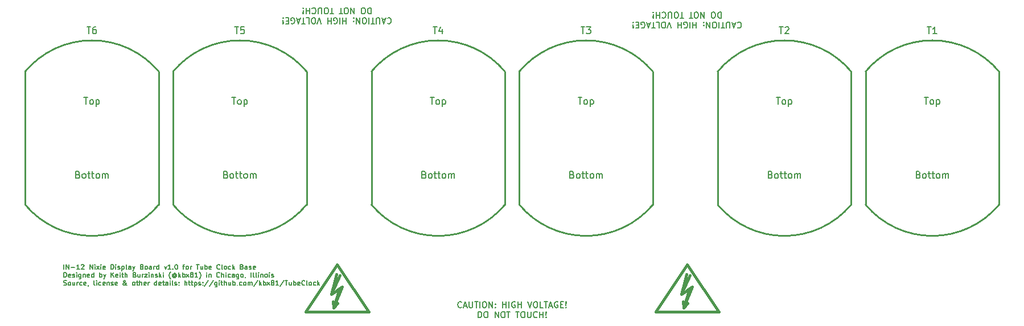
<source format=gbr>
G04 #@! TF.GenerationSoftware,KiCad,Pcbnew,(5.1.0-0)*
G04 #@! TF.CreationDate,2019-05-10T01:12:34-05:00*
G04 #@! TF.ProjectId,IN-12,494e2d31-322e-46b6-9963-61645f706362,rev?*
G04 #@! TF.SameCoordinates,Original*
G04 #@! TF.FileFunction,Legend,Top*
G04 #@! TF.FilePolarity,Positive*
%FSLAX46Y46*%
G04 Gerber Fmt 4.6, Leading zero omitted, Abs format (unit mm)*
G04 Created by KiCad (PCBNEW (5.1.0-0)) date 2019-05-10 01:12:34*
%MOMM*%
%LPD*%
G04 APERTURE LIST*
%ADD10C,0.152400*%
%ADD11C,0.127000*%
%ADD12C,0.381000*%
%ADD13C,0.254000*%
%ADD14C,0.150000*%
G04 APERTURE END LIST*
D10*
X182291566Y-79140050D02*
X182333900Y-79097716D01*
X182460900Y-79055383D01*
X182545566Y-79055383D01*
X182672566Y-79097716D01*
X182757233Y-79182383D01*
X182799566Y-79267050D01*
X182841900Y-79436383D01*
X182841900Y-79563383D01*
X182799566Y-79732716D01*
X182757233Y-79817383D01*
X182672566Y-79902050D01*
X182545566Y-79944383D01*
X182460900Y-79944383D01*
X182333900Y-79902050D01*
X182291566Y-79859716D01*
X181952900Y-79309383D02*
X181529566Y-79309383D01*
X182037566Y-79055383D02*
X181741233Y-79944383D01*
X181444900Y-79055383D01*
X181148566Y-79944383D02*
X181148566Y-79224716D01*
X181106233Y-79140050D01*
X181063900Y-79097716D01*
X180979233Y-79055383D01*
X180809900Y-79055383D01*
X180725233Y-79097716D01*
X180682900Y-79140050D01*
X180640566Y-79224716D01*
X180640566Y-79944383D01*
X180344233Y-79944383D02*
X179836233Y-79944383D01*
X180090233Y-79055383D02*
X180090233Y-79944383D01*
X179539900Y-79055383D02*
X179539900Y-79944383D01*
X178947233Y-79944383D02*
X178777900Y-79944383D01*
X178693233Y-79902050D01*
X178608566Y-79817383D01*
X178566233Y-79648050D01*
X178566233Y-79351716D01*
X178608566Y-79182383D01*
X178693233Y-79097716D01*
X178777900Y-79055383D01*
X178947233Y-79055383D01*
X179031900Y-79097716D01*
X179116566Y-79182383D01*
X179158900Y-79351716D01*
X179158900Y-79648050D01*
X179116566Y-79817383D01*
X179031900Y-79902050D01*
X178947233Y-79944383D01*
X178185233Y-79055383D02*
X178185233Y-79944383D01*
X177677233Y-79055383D01*
X177677233Y-79944383D01*
X177253900Y-79140050D02*
X177211566Y-79097716D01*
X177253900Y-79055383D01*
X177296233Y-79097716D01*
X177253900Y-79140050D01*
X177253900Y-79055383D01*
X177253900Y-79605716D02*
X177211566Y-79563383D01*
X177253900Y-79521050D01*
X177296233Y-79563383D01*
X177253900Y-79605716D01*
X177253900Y-79521050D01*
X176153233Y-79055383D02*
X176153233Y-79944383D01*
X176153233Y-79521050D02*
X175645233Y-79521050D01*
X175645233Y-79055383D02*
X175645233Y-79944383D01*
X175221900Y-79055383D02*
X175221900Y-79944383D01*
X174332900Y-79902050D02*
X174417566Y-79944383D01*
X174544566Y-79944383D01*
X174671566Y-79902050D01*
X174756233Y-79817383D01*
X174798566Y-79732716D01*
X174840900Y-79563383D01*
X174840900Y-79436383D01*
X174798566Y-79267050D01*
X174756233Y-79182383D01*
X174671566Y-79097716D01*
X174544566Y-79055383D01*
X174459900Y-79055383D01*
X174332900Y-79097716D01*
X174290566Y-79140050D01*
X174290566Y-79436383D01*
X174459900Y-79436383D01*
X173909566Y-79055383D02*
X173909566Y-79944383D01*
X173909566Y-79521050D02*
X173401566Y-79521050D01*
X173401566Y-79055383D02*
X173401566Y-79944383D01*
X172427900Y-79944383D02*
X172131566Y-79055383D01*
X171835233Y-79944383D01*
X171369566Y-79944383D02*
X171200233Y-79944383D01*
X171115566Y-79902050D01*
X171030900Y-79817383D01*
X170988566Y-79648050D01*
X170988566Y-79351716D01*
X171030900Y-79182383D01*
X171115566Y-79097716D01*
X171200233Y-79055383D01*
X171369566Y-79055383D01*
X171454233Y-79097716D01*
X171538900Y-79182383D01*
X171581233Y-79351716D01*
X171581233Y-79648050D01*
X171538900Y-79817383D01*
X171454233Y-79902050D01*
X171369566Y-79944383D01*
X170184233Y-79055383D02*
X170607566Y-79055383D01*
X170607566Y-79944383D01*
X170014900Y-79944383D02*
X169506900Y-79944383D01*
X169760900Y-79055383D02*
X169760900Y-79944383D01*
X169252900Y-79309383D02*
X168829566Y-79309383D01*
X169337566Y-79055383D02*
X169041233Y-79944383D01*
X168744900Y-79055383D01*
X167982900Y-79902050D02*
X168067566Y-79944383D01*
X168194566Y-79944383D01*
X168321566Y-79902050D01*
X168406233Y-79817383D01*
X168448566Y-79732716D01*
X168490900Y-79563383D01*
X168490900Y-79436383D01*
X168448566Y-79267050D01*
X168406233Y-79182383D01*
X168321566Y-79097716D01*
X168194566Y-79055383D01*
X168109900Y-79055383D01*
X167982900Y-79097716D01*
X167940566Y-79140050D01*
X167940566Y-79436383D01*
X168109900Y-79436383D01*
X167559566Y-79521050D02*
X167263233Y-79521050D01*
X167136233Y-79055383D02*
X167559566Y-79055383D01*
X167559566Y-79944383D01*
X167136233Y-79944383D01*
X166755233Y-79140050D02*
X166712900Y-79097716D01*
X166755233Y-79055383D01*
X166797566Y-79097716D01*
X166755233Y-79140050D01*
X166755233Y-79055383D01*
X166755233Y-79394050D02*
X166797566Y-79902050D01*
X166755233Y-79944383D01*
X166712900Y-79902050D01*
X166755233Y-79394050D01*
X166755233Y-79944383D01*
X179815066Y-77569483D02*
X179815066Y-78458483D01*
X179603400Y-78458483D01*
X179476400Y-78416150D01*
X179391733Y-78331483D01*
X179349400Y-78246816D01*
X179307066Y-78077483D01*
X179307066Y-77950483D01*
X179349400Y-77781150D01*
X179391733Y-77696483D01*
X179476400Y-77611816D01*
X179603400Y-77569483D01*
X179815066Y-77569483D01*
X178756733Y-78458483D02*
X178587400Y-78458483D01*
X178502733Y-78416150D01*
X178418066Y-78331483D01*
X178375733Y-78162150D01*
X178375733Y-77865816D01*
X178418066Y-77696483D01*
X178502733Y-77611816D01*
X178587400Y-77569483D01*
X178756733Y-77569483D01*
X178841400Y-77611816D01*
X178926066Y-77696483D01*
X178968400Y-77865816D01*
X178968400Y-78162150D01*
X178926066Y-78331483D01*
X178841400Y-78416150D01*
X178756733Y-78458483D01*
X177317400Y-77569483D02*
X177317400Y-78458483D01*
X176809400Y-77569483D01*
X176809400Y-78458483D01*
X176216733Y-78458483D02*
X176047400Y-78458483D01*
X175962733Y-78416150D01*
X175878066Y-78331483D01*
X175835733Y-78162150D01*
X175835733Y-77865816D01*
X175878066Y-77696483D01*
X175962733Y-77611816D01*
X176047400Y-77569483D01*
X176216733Y-77569483D01*
X176301400Y-77611816D01*
X176386066Y-77696483D01*
X176428400Y-77865816D01*
X176428400Y-78162150D01*
X176386066Y-78331483D01*
X176301400Y-78416150D01*
X176216733Y-78458483D01*
X175581733Y-78458483D02*
X175073733Y-78458483D01*
X175327733Y-77569483D02*
X175327733Y-78458483D01*
X174227066Y-78458483D02*
X173719066Y-78458483D01*
X173973066Y-77569483D02*
X173973066Y-78458483D01*
X173253400Y-78458483D02*
X173084066Y-78458483D01*
X172999400Y-78416150D01*
X172914733Y-78331483D01*
X172872400Y-78162150D01*
X172872400Y-77865816D01*
X172914733Y-77696483D01*
X172999400Y-77611816D01*
X173084066Y-77569483D01*
X173253400Y-77569483D01*
X173338066Y-77611816D01*
X173422733Y-77696483D01*
X173465066Y-77865816D01*
X173465066Y-78162150D01*
X173422733Y-78331483D01*
X173338066Y-78416150D01*
X173253400Y-78458483D01*
X172491400Y-78458483D02*
X172491400Y-77738816D01*
X172449066Y-77654150D01*
X172406733Y-77611816D01*
X172322066Y-77569483D01*
X172152733Y-77569483D01*
X172068066Y-77611816D01*
X172025733Y-77654150D01*
X171983400Y-77738816D01*
X171983400Y-78458483D01*
X171052066Y-77654150D02*
X171094400Y-77611816D01*
X171221400Y-77569483D01*
X171306066Y-77569483D01*
X171433066Y-77611816D01*
X171517733Y-77696483D01*
X171560066Y-77781150D01*
X171602400Y-77950483D01*
X171602400Y-78077483D01*
X171560066Y-78246816D01*
X171517733Y-78331483D01*
X171433066Y-78416150D01*
X171306066Y-78458483D01*
X171221400Y-78458483D01*
X171094400Y-78416150D01*
X171052066Y-78373816D01*
X170671066Y-77569483D02*
X170671066Y-78458483D01*
X170671066Y-78035150D02*
X170163066Y-78035150D01*
X170163066Y-77569483D02*
X170163066Y-78458483D01*
X169739733Y-77654150D02*
X169697400Y-77611816D01*
X169739733Y-77569483D01*
X169782066Y-77611816D01*
X169739733Y-77654150D01*
X169739733Y-77569483D01*
X169739733Y-77908150D02*
X169782066Y-78416150D01*
X169739733Y-78458483D01*
X169697400Y-78416150D01*
X169739733Y-77908150D01*
X169739733Y-78458483D01*
X141228233Y-121469150D02*
X141185900Y-121511483D01*
X141058900Y-121553816D01*
X140974233Y-121553816D01*
X140847233Y-121511483D01*
X140762566Y-121426816D01*
X140720233Y-121342150D01*
X140677900Y-121172816D01*
X140677900Y-121045816D01*
X140720233Y-120876483D01*
X140762566Y-120791816D01*
X140847233Y-120707150D01*
X140974233Y-120664816D01*
X141058900Y-120664816D01*
X141185900Y-120707150D01*
X141228233Y-120749483D01*
X141566900Y-121299816D02*
X141990233Y-121299816D01*
X141482233Y-121553816D02*
X141778566Y-120664816D01*
X142074900Y-121553816D01*
X142371233Y-120664816D02*
X142371233Y-121384483D01*
X142413566Y-121469150D01*
X142455900Y-121511483D01*
X142540566Y-121553816D01*
X142709900Y-121553816D01*
X142794566Y-121511483D01*
X142836900Y-121469150D01*
X142879233Y-121384483D01*
X142879233Y-120664816D01*
X143175566Y-120664816D02*
X143683566Y-120664816D01*
X143429566Y-121553816D02*
X143429566Y-120664816D01*
X143979900Y-121553816D02*
X143979900Y-120664816D01*
X144572566Y-120664816D02*
X144741900Y-120664816D01*
X144826566Y-120707150D01*
X144911233Y-120791816D01*
X144953566Y-120961150D01*
X144953566Y-121257483D01*
X144911233Y-121426816D01*
X144826566Y-121511483D01*
X144741900Y-121553816D01*
X144572566Y-121553816D01*
X144487900Y-121511483D01*
X144403233Y-121426816D01*
X144360900Y-121257483D01*
X144360900Y-120961150D01*
X144403233Y-120791816D01*
X144487900Y-120707150D01*
X144572566Y-120664816D01*
X145334566Y-121553816D02*
X145334566Y-120664816D01*
X145842566Y-121553816D01*
X145842566Y-120664816D01*
X146265900Y-121469150D02*
X146308233Y-121511483D01*
X146265900Y-121553816D01*
X146223566Y-121511483D01*
X146265900Y-121469150D01*
X146265900Y-121553816D01*
X146265900Y-121003483D02*
X146308233Y-121045816D01*
X146265900Y-121088150D01*
X146223566Y-121045816D01*
X146265900Y-121003483D01*
X146265900Y-121088150D01*
X147366566Y-121553816D02*
X147366566Y-120664816D01*
X147366566Y-121088150D02*
X147874566Y-121088150D01*
X147874566Y-121553816D02*
X147874566Y-120664816D01*
X148297900Y-121553816D02*
X148297900Y-120664816D01*
X149186900Y-120707150D02*
X149102233Y-120664816D01*
X148975233Y-120664816D01*
X148848233Y-120707150D01*
X148763566Y-120791816D01*
X148721233Y-120876483D01*
X148678900Y-121045816D01*
X148678900Y-121172816D01*
X148721233Y-121342150D01*
X148763566Y-121426816D01*
X148848233Y-121511483D01*
X148975233Y-121553816D01*
X149059900Y-121553816D01*
X149186900Y-121511483D01*
X149229233Y-121469150D01*
X149229233Y-121172816D01*
X149059900Y-121172816D01*
X149610233Y-121553816D02*
X149610233Y-120664816D01*
X149610233Y-121088150D02*
X150118233Y-121088150D01*
X150118233Y-121553816D02*
X150118233Y-120664816D01*
X151091900Y-120664816D02*
X151388233Y-121553816D01*
X151684566Y-120664816D01*
X152150233Y-120664816D02*
X152319566Y-120664816D01*
X152404233Y-120707150D01*
X152488900Y-120791816D01*
X152531233Y-120961150D01*
X152531233Y-121257483D01*
X152488900Y-121426816D01*
X152404233Y-121511483D01*
X152319566Y-121553816D01*
X152150233Y-121553816D01*
X152065566Y-121511483D01*
X151980900Y-121426816D01*
X151938566Y-121257483D01*
X151938566Y-120961150D01*
X151980900Y-120791816D01*
X152065566Y-120707150D01*
X152150233Y-120664816D01*
X153335566Y-121553816D02*
X152912233Y-121553816D01*
X152912233Y-120664816D01*
X153504900Y-120664816D02*
X154012900Y-120664816D01*
X153758900Y-121553816D02*
X153758900Y-120664816D01*
X154266900Y-121299816D02*
X154690233Y-121299816D01*
X154182233Y-121553816D02*
X154478566Y-120664816D01*
X154774900Y-121553816D01*
X155536900Y-120707150D02*
X155452233Y-120664816D01*
X155325233Y-120664816D01*
X155198233Y-120707150D01*
X155113566Y-120791816D01*
X155071233Y-120876483D01*
X155028900Y-121045816D01*
X155028900Y-121172816D01*
X155071233Y-121342150D01*
X155113566Y-121426816D01*
X155198233Y-121511483D01*
X155325233Y-121553816D01*
X155409900Y-121553816D01*
X155536900Y-121511483D01*
X155579233Y-121469150D01*
X155579233Y-121172816D01*
X155409900Y-121172816D01*
X155960233Y-121088150D02*
X156256566Y-121088150D01*
X156383566Y-121553816D02*
X155960233Y-121553816D01*
X155960233Y-120664816D01*
X156383566Y-120664816D01*
X156764566Y-121469150D02*
X156806900Y-121511483D01*
X156764566Y-121553816D01*
X156722233Y-121511483D01*
X156764566Y-121469150D01*
X156764566Y-121553816D01*
X156764566Y-121215150D02*
X156722233Y-120707150D01*
X156764566Y-120664816D01*
X156806900Y-120707150D01*
X156764566Y-121215150D01*
X156764566Y-120664816D01*
X143704733Y-123039716D02*
X143704733Y-122150716D01*
X143916400Y-122150716D01*
X144043400Y-122193050D01*
X144128066Y-122277716D01*
X144170400Y-122362383D01*
X144212733Y-122531716D01*
X144212733Y-122658716D01*
X144170400Y-122828050D01*
X144128066Y-122912716D01*
X144043400Y-122997383D01*
X143916400Y-123039716D01*
X143704733Y-123039716D01*
X144763066Y-122150716D02*
X144932400Y-122150716D01*
X145017066Y-122193050D01*
X145101733Y-122277716D01*
X145144066Y-122447050D01*
X145144066Y-122743383D01*
X145101733Y-122912716D01*
X145017066Y-122997383D01*
X144932400Y-123039716D01*
X144763066Y-123039716D01*
X144678400Y-122997383D01*
X144593733Y-122912716D01*
X144551400Y-122743383D01*
X144551400Y-122447050D01*
X144593733Y-122277716D01*
X144678400Y-122193050D01*
X144763066Y-122150716D01*
X146202400Y-123039716D02*
X146202400Y-122150716D01*
X146710400Y-123039716D01*
X146710400Y-122150716D01*
X147303066Y-122150716D02*
X147472400Y-122150716D01*
X147557066Y-122193050D01*
X147641733Y-122277716D01*
X147684066Y-122447050D01*
X147684066Y-122743383D01*
X147641733Y-122912716D01*
X147557066Y-122997383D01*
X147472400Y-123039716D01*
X147303066Y-123039716D01*
X147218400Y-122997383D01*
X147133733Y-122912716D01*
X147091400Y-122743383D01*
X147091400Y-122447050D01*
X147133733Y-122277716D01*
X147218400Y-122193050D01*
X147303066Y-122150716D01*
X147938066Y-122150716D02*
X148446066Y-122150716D01*
X148192066Y-123039716D02*
X148192066Y-122150716D01*
X149292733Y-122150716D02*
X149800733Y-122150716D01*
X149546733Y-123039716D02*
X149546733Y-122150716D01*
X150266400Y-122150716D02*
X150435733Y-122150716D01*
X150520400Y-122193050D01*
X150605066Y-122277716D01*
X150647400Y-122447050D01*
X150647400Y-122743383D01*
X150605066Y-122912716D01*
X150520400Y-122997383D01*
X150435733Y-123039716D01*
X150266400Y-123039716D01*
X150181733Y-122997383D01*
X150097066Y-122912716D01*
X150054733Y-122743383D01*
X150054733Y-122447050D01*
X150097066Y-122277716D01*
X150181733Y-122193050D01*
X150266400Y-122150716D01*
X151028400Y-122150716D02*
X151028400Y-122870383D01*
X151070733Y-122955050D01*
X151113066Y-122997383D01*
X151197733Y-123039716D01*
X151367066Y-123039716D01*
X151451733Y-122997383D01*
X151494066Y-122955050D01*
X151536400Y-122870383D01*
X151536400Y-122150716D01*
X152467733Y-122955050D02*
X152425400Y-122997383D01*
X152298400Y-123039716D01*
X152213733Y-123039716D01*
X152086733Y-122997383D01*
X152002066Y-122912716D01*
X151959733Y-122828050D01*
X151917400Y-122658716D01*
X151917400Y-122531716D01*
X151959733Y-122362383D01*
X152002066Y-122277716D01*
X152086733Y-122193050D01*
X152213733Y-122150716D01*
X152298400Y-122150716D01*
X152425400Y-122193050D01*
X152467733Y-122235383D01*
X152848733Y-123039716D02*
X152848733Y-122150716D01*
X152848733Y-122574050D02*
X153356733Y-122574050D01*
X153356733Y-123039716D02*
X153356733Y-122150716D01*
X153780066Y-122955050D02*
X153822400Y-122997383D01*
X153780066Y-123039716D01*
X153737733Y-122997383D01*
X153780066Y-122955050D01*
X153780066Y-123039716D01*
X153780066Y-122701050D02*
X153737733Y-122193050D01*
X153780066Y-122150716D01*
X153822400Y-122193050D01*
X153780066Y-122701050D01*
X153780066Y-122150716D01*
X130221566Y-78505050D02*
X130263900Y-78462716D01*
X130390900Y-78420383D01*
X130475566Y-78420383D01*
X130602566Y-78462716D01*
X130687233Y-78547383D01*
X130729566Y-78632050D01*
X130771900Y-78801383D01*
X130771900Y-78928383D01*
X130729566Y-79097716D01*
X130687233Y-79182383D01*
X130602566Y-79267050D01*
X130475566Y-79309383D01*
X130390900Y-79309383D01*
X130263900Y-79267050D01*
X130221566Y-79224716D01*
X129882900Y-78674383D02*
X129459566Y-78674383D01*
X129967566Y-78420383D02*
X129671233Y-79309383D01*
X129374900Y-78420383D01*
X129078566Y-79309383D02*
X129078566Y-78589716D01*
X129036233Y-78505050D01*
X128993900Y-78462716D01*
X128909233Y-78420383D01*
X128739900Y-78420383D01*
X128655233Y-78462716D01*
X128612900Y-78505050D01*
X128570566Y-78589716D01*
X128570566Y-79309383D01*
X128274233Y-79309383D02*
X127766233Y-79309383D01*
X128020233Y-78420383D02*
X128020233Y-79309383D01*
X127469900Y-78420383D02*
X127469900Y-79309383D01*
X126877233Y-79309383D02*
X126707900Y-79309383D01*
X126623233Y-79267050D01*
X126538566Y-79182383D01*
X126496233Y-79013050D01*
X126496233Y-78716716D01*
X126538566Y-78547383D01*
X126623233Y-78462716D01*
X126707900Y-78420383D01*
X126877233Y-78420383D01*
X126961900Y-78462716D01*
X127046566Y-78547383D01*
X127088900Y-78716716D01*
X127088900Y-79013050D01*
X127046566Y-79182383D01*
X126961900Y-79267050D01*
X126877233Y-79309383D01*
X126115233Y-78420383D02*
X126115233Y-79309383D01*
X125607233Y-78420383D01*
X125607233Y-79309383D01*
X125183900Y-78505050D02*
X125141566Y-78462716D01*
X125183900Y-78420383D01*
X125226233Y-78462716D01*
X125183900Y-78505050D01*
X125183900Y-78420383D01*
X125183900Y-78970716D02*
X125141566Y-78928383D01*
X125183900Y-78886050D01*
X125226233Y-78928383D01*
X125183900Y-78970716D01*
X125183900Y-78886050D01*
X124083233Y-78420383D02*
X124083233Y-79309383D01*
X124083233Y-78886050D02*
X123575233Y-78886050D01*
X123575233Y-78420383D02*
X123575233Y-79309383D01*
X123151900Y-78420383D02*
X123151900Y-79309383D01*
X122262900Y-79267050D02*
X122347566Y-79309383D01*
X122474566Y-79309383D01*
X122601566Y-79267050D01*
X122686233Y-79182383D01*
X122728566Y-79097716D01*
X122770900Y-78928383D01*
X122770900Y-78801383D01*
X122728566Y-78632050D01*
X122686233Y-78547383D01*
X122601566Y-78462716D01*
X122474566Y-78420383D01*
X122389900Y-78420383D01*
X122262900Y-78462716D01*
X122220566Y-78505050D01*
X122220566Y-78801383D01*
X122389900Y-78801383D01*
X121839566Y-78420383D02*
X121839566Y-79309383D01*
X121839566Y-78886050D02*
X121331566Y-78886050D01*
X121331566Y-78420383D02*
X121331566Y-79309383D01*
X120357900Y-79309383D02*
X120061566Y-78420383D01*
X119765233Y-79309383D01*
X119299566Y-79309383D02*
X119130233Y-79309383D01*
X119045566Y-79267050D01*
X118960900Y-79182383D01*
X118918566Y-79013050D01*
X118918566Y-78716716D01*
X118960900Y-78547383D01*
X119045566Y-78462716D01*
X119130233Y-78420383D01*
X119299566Y-78420383D01*
X119384233Y-78462716D01*
X119468900Y-78547383D01*
X119511233Y-78716716D01*
X119511233Y-79013050D01*
X119468900Y-79182383D01*
X119384233Y-79267050D01*
X119299566Y-79309383D01*
X118114233Y-78420383D02*
X118537566Y-78420383D01*
X118537566Y-79309383D01*
X117944900Y-79309383D02*
X117436900Y-79309383D01*
X117690900Y-78420383D02*
X117690900Y-79309383D01*
X117182900Y-78674383D02*
X116759566Y-78674383D01*
X117267566Y-78420383D02*
X116971233Y-79309383D01*
X116674900Y-78420383D01*
X115912900Y-79267050D02*
X115997566Y-79309383D01*
X116124566Y-79309383D01*
X116251566Y-79267050D01*
X116336233Y-79182383D01*
X116378566Y-79097716D01*
X116420900Y-78928383D01*
X116420900Y-78801383D01*
X116378566Y-78632050D01*
X116336233Y-78547383D01*
X116251566Y-78462716D01*
X116124566Y-78420383D01*
X116039900Y-78420383D01*
X115912900Y-78462716D01*
X115870566Y-78505050D01*
X115870566Y-78801383D01*
X116039900Y-78801383D01*
X115489566Y-78886050D02*
X115193233Y-78886050D01*
X115066233Y-78420383D02*
X115489566Y-78420383D01*
X115489566Y-79309383D01*
X115066233Y-79309383D01*
X114685233Y-78505050D02*
X114642900Y-78462716D01*
X114685233Y-78420383D01*
X114727566Y-78462716D01*
X114685233Y-78505050D01*
X114685233Y-78420383D01*
X114685233Y-78759050D02*
X114727566Y-79267050D01*
X114685233Y-79309383D01*
X114642900Y-79267050D01*
X114685233Y-78759050D01*
X114685233Y-79309383D01*
X127745066Y-76934483D02*
X127745066Y-77823483D01*
X127533400Y-77823483D01*
X127406400Y-77781150D01*
X127321733Y-77696483D01*
X127279400Y-77611816D01*
X127237066Y-77442483D01*
X127237066Y-77315483D01*
X127279400Y-77146150D01*
X127321733Y-77061483D01*
X127406400Y-76976816D01*
X127533400Y-76934483D01*
X127745066Y-76934483D01*
X126686733Y-77823483D02*
X126517400Y-77823483D01*
X126432733Y-77781150D01*
X126348066Y-77696483D01*
X126305733Y-77527150D01*
X126305733Y-77230816D01*
X126348066Y-77061483D01*
X126432733Y-76976816D01*
X126517400Y-76934483D01*
X126686733Y-76934483D01*
X126771400Y-76976816D01*
X126856066Y-77061483D01*
X126898400Y-77230816D01*
X126898400Y-77527150D01*
X126856066Y-77696483D01*
X126771400Y-77781150D01*
X126686733Y-77823483D01*
X125247400Y-76934483D02*
X125247400Y-77823483D01*
X124739400Y-76934483D01*
X124739400Y-77823483D01*
X124146733Y-77823483D02*
X123977400Y-77823483D01*
X123892733Y-77781150D01*
X123808066Y-77696483D01*
X123765733Y-77527150D01*
X123765733Y-77230816D01*
X123808066Y-77061483D01*
X123892733Y-76976816D01*
X123977400Y-76934483D01*
X124146733Y-76934483D01*
X124231400Y-76976816D01*
X124316066Y-77061483D01*
X124358400Y-77230816D01*
X124358400Y-77527150D01*
X124316066Y-77696483D01*
X124231400Y-77781150D01*
X124146733Y-77823483D01*
X123511733Y-77823483D02*
X123003733Y-77823483D01*
X123257733Y-76934483D02*
X123257733Y-77823483D01*
X122157066Y-77823483D02*
X121649066Y-77823483D01*
X121903066Y-76934483D02*
X121903066Y-77823483D01*
X121183400Y-77823483D02*
X121014066Y-77823483D01*
X120929400Y-77781150D01*
X120844733Y-77696483D01*
X120802400Y-77527150D01*
X120802400Y-77230816D01*
X120844733Y-77061483D01*
X120929400Y-76976816D01*
X121014066Y-76934483D01*
X121183400Y-76934483D01*
X121268066Y-76976816D01*
X121352733Y-77061483D01*
X121395066Y-77230816D01*
X121395066Y-77527150D01*
X121352733Y-77696483D01*
X121268066Y-77781150D01*
X121183400Y-77823483D01*
X120421400Y-77823483D02*
X120421400Y-77103816D01*
X120379066Y-77019150D01*
X120336733Y-76976816D01*
X120252066Y-76934483D01*
X120082733Y-76934483D01*
X119998066Y-76976816D01*
X119955733Y-77019150D01*
X119913400Y-77103816D01*
X119913400Y-77823483D01*
X118982066Y-77019150D02*
X119024400Y-76976816D01*
X119151400Y-76934483D01*
X119236066Y-76934483D01*
X119363066Y-76976816D01*
X119447733Y-77061483D01*
X119490066Y-77146150D01*
X119532400Y-77315483D01*
X119532400Y-77442483D01*
X119490066Y-77611816D01*
X119447733Y-77696483D01*
X119363066Y-77781150D01*
X119236066Y-77823483D01*
X119151400Y-77823483D01*
X119024400Y-77781150D01*
X118982066Y-77738816D01*
X118601066Y-76934483D02*
X118601066Y-77823483D01*
X118601066Y-77400150D02*
X118093066Y-77400150D01*
X118093066Y-76934483D02*
X118093066Y-77823483D01*
X117669733Y-77019150D02*
X117627400Y-76976816D01*
X117669733Y-76934483D01*
X117712066Y-76976816D01*
X117669733Y-77019150D01*
X117669733Y-76934483D01*
X117669733Y-77273150D02*
X117712066Y-77781150D01*
X117669733Y-77823483D01*
X117627400Y-77781150D01*
X117669733Y-77273150D01*
X117669733Y-77823483D01*
D11*
X82065283Y-115815533D02*
X82065283Y-115104333D01*
X82403950Y-115815533D02*
X82403950Y-115104333D01*
X82810350Y-115815533D01*
X82810350Y-115104333D01*
X83149016Y-115544600D02*
X83690883Y-115544600D01*
X84402083Y-115815533D02*
X83995683Y-115815533D01*
X84198883Y-115815533D02*
X84198883Y-115104333D01*
X84131150Y-115205933D01*
X84063416Y-115273666D01*
X83995683Y-115307533D01*
X84673016Y-115172066D02*
X84706883Y-115138200D01*
X84774616Y-115104333D01*
X84943950Y-115104333D01*
X85011683Y-115138200D01*
X85045550Y-115172066D01*
X85079416Y-115239800D01*
X85079416Y-115307533D01*
X85045550Y-115409133D01*
X84639150Y-115815533D01*
X85079416Y-115815533D01*
X85926083Y-115815533D02*
X85926083Y-115104333D01*
X86332483Y-115815533D01*
X86332483Y-115104333D01*
X86671150Y-115815533D02*
X86671150Y-115341400D01*
X86671150Y-115104333D02*
X86637283Y-115138200D01*
X86671150Y-115172066D01*
X86705016Y-115138200D01*
X86671150Y-115104333D01*
X86671150Y-115172066D01*
X86942083Y-115815533D02*
X87314616Y-115341400D01*
X86942083Y-115341400D02*
X87314616Y-115815533D01*
X87585550Y-115815533D02*
X87585550Y-115341400D01*
X87585550Y-115104333D02*
X87551683Y-115138200D01*
X87585550Y-115172066D01*
X87619416Y-115138200D01*
X87585550Y-115104333D01*
X87585550Y-115172066D01*
X88195150Y-115781666D02*
X88127416Y-115815533D01*
X87991950Y-115815533D01*
X87924216Y-115781666D01*
X87890350Y-115713933D01*
X87890350Y-115443000D01*
X87924216Y-115375266D01*
X87991950Y-115341400D01*
X88127416Y-115341400D01*
X88195150Y-115375266D01*
X88229016Y-115443000D01*
X88229016Y-115510733D01*
X87890350Y-115578466D01*
X89075683Y-115815533D02*
X89075683Y-115104333D01*
X89245016Y-115104333D01*
X89346616Y-115138200D01*
X89414350Y-115205933D01*
X89448216Y-115273666D01*
X89482083Y-115409133D01*
X89482083Y-115510733D01*
X89448216Y-115646200D01*
X89414350Y-115713933D01*
X89346616Y-115781666D01*
X89245016Y-115815533D01*
X89075683Y-115815533D01*
X89786883Y-115815533D02*
X89786883Y-115341400D01*
X89786883Y-115104333D02*
X89753016Y-115138200D01*
X89786883Y-115172066D01*
X89820750Y-115138200D01*
X89786883Y-115104333D01*
X89786883Y-115172066D01*
X90091683Y-115781666D02*
X90159416Y-115815533D01*
X90294883Y-115815533D01*
X90362616Y-115781666D01*
X90396483Y-115713933D01*
X90396483Y-115680066D01*
X90362616Y-115612333D01*
X90294883Y-115578466D01*
X90193283Y-115578466D01*
X90125550Y-115544600D01*
X90091683Y-115476866D01*
X90091683Y-115443000D01*
X90125550Y-115375266D01*
X90193283Y-115341400D01*
X90294883Y-115341400D01*
X90362616Y-115375266D01*
X90701283Y-115341400D02*
X90701283Y-116052600D01*
X90701283Y-115375266D02*
X90769016Y-115341400D01*
X90904483Y-115341400D01*
X90972216Y-115375266D01*
X91006083Y-115409133D01*
X91039950Y-115476866D01*
X91039950Y-115680066D01*
X91006083Y-115747800D01*
X90972216Y-115781666D01*
X90904483Y-115815533D01*
X90769016Y-115815533D01*
X90701283Y-115781666D01*
X91446350Y-115815533D02*
X91378616Y-115781666D01*
X91344750Y-115713933D01*
X91344750Y-115104333D01*
X92022083Y-115815533D02*
X92022083Y-115443000D01*
X91988216Y-115375266D01*
X91920483Y-115341400D01*
X91785016Y-115341400D01*
X91717283Y-115375266D01*
X92022083Y-115781666D02*
X91954350Y-115815533D01*
X91785016Y-115815533D01*
X91717283Y-115781666D01*
X91683416Y-115713933D01*
X91683416Y-115646200D01*
X91717283Y-115578466D01*
X91785016Y-115544600D01*
X91954350Y-115544600D01*
X92022083Y-115510733D01*
X92293016Y-115341400D02*
X92462350Y-115815533D01*
X92631683Y-115341400D02*
X92462350Y-115815533D01*
X92394616Y-115984866D01*
X92360750Y-116018733D01*
X92293016Y-116052600D01*
X93681550Y-115443000D02*
X93783150Y-115476866D01*
X93817016Y-115510733D01*
X93850883Y-115578466D01*
X93850883Y-115680066D01*
X93817016Y-115747800D01*
X93783150Y-115781666D01*
X93715416Y-115815533D01*
X93444483Y-115815533D01*
X93444483Y-115104333D01*
X93681550Y-115104333D01*
X93749283Y-115138200D01*
X93783150Y-115172066D01*
X93817016Y-115239800D01*
X93817016Y-115307533D01*
X93783150Y-115375266D01*
X93749283Y-115409133D01*
X93681550Y-115443000D01*
X93444483Y-115443000D01*
X94257283Y-115815533D02*
X94189550Y-115781666D01*
X94155683Y-115747800D01*
X94121816Y-115680066D01*
X94121816Y-115476866D01*
X94155683Y-115409133D01*
X94189550Y-115375266D01*
X94257283Y-115341400D01*
X94358883Y-115341400D01*
X94426616Y-115375266D01*
X94460483Y-115409133D01*
X94494350Y-115476866D01*
X94494350Y-115680066D01*
X94460483Y-115747800D01*
X94426616Y-115781666D01*
X94358883Y-115815533D01*
X94257283Y-115815533D01*
X95103950Y-115815533D02*
X95103950Y-115443000D01*
X95070083Y-115375266D01*
X95002350Y-115341400D01*
X94866883Y-115341400D01*
X94799150Y-115375266D01*
X95103950Y-115781666D02*
X95036216Y-115815533D01*
X94866883Y-115815533D01*
X94799150Y-115781666D01*
X94765283Y-115713933D01*
X94765283Y-115646200D01*
X94799150Y-115578466D01*
X94866883Y-115544600D01*
X95036216Y-115544600D01*
X95103950Y-115510733D01*
X95442616Y-115815533D02*
X95442616Y-115341400D01*
X95442616Y-115476866D02*
X95476483Y-115409133D01*
X95510350Y-115375266D01*
X95578083Y-115341400D01*
X95645816Y-115341400D01*
X96187683Y-115815533D02*
X96187683Y-115104333D01*
X96187683Y-115781666D02*
X96119950Y-115815533D01*
X95984483Y-115815533D01*
X95916750Y-115781666D01*
X95882883Y-115747800D01*
X95849016Y-115680066D01*
X95849016Y-115476866D01*
X95882883Y-115409133D01*
X95916750Y-115375266D01*
X95984483Y-115341400D01*
X96119950Y-115341400D01*
X96187683Y-115375266D01*
X97000483Y-115341400D02*
X97169816Y-115815533D01*
X97339150Y-115341400D01*
X97982616Y-115815533D02*
X97576216Y-115815533D01*
X97779416Y-115815533D02*
X97779416Y-115104333D01*
X97711683Y-115205933D01*
X97643950Y-115273666D01*
X97576216Y-115307533D01*
X98287416Y-115747800D02*
X98321283Y-115781666D01*
X98287416Y-115815533D01*
X98253550Y-115781666D01*
X98287416Y-115747800D01*
X98287416Y-115815533D01*
X98761550Y-115104333D02*
X98829283Y-115104333D01*
X98897016Y-115138200D01*
X98930883Y-115172066D01*
X98964750Y-115239800D01*
X98998616Y-115375266D01*
X98998616Y-115544600D01*
X98964750Y-115680066D01*
X98930883Y-115747800D01*
X98897016Y-115781666D01*
X98829283Y-115815533D01*
X98761550Y-115815533D01*
X98693816Y-115781666D01*
X98659950Y-115747800D01*
X98626083Y-115680066D01*
X98592216Y-115544600D01*
X98592216Y-115375266D01*
X98626083Y-115239800D01*
X98659950Y-115172066D01*
X98693816Y-115138200D01*
X98761550Y-115104333D01*
X99743683Y-115341400D02*
X100014616Y-115341400D01*
X99845283Y-115815533D02*
X99845283Y-115205933D01*
X99879150Y-115138200D01*
X99946883Y-115104333D01*
X100014616Y-115104333D01*
X100353283Y-115815533D02*
X100285550Y-115781666D01*
X100251683Y-115747800D01*
X100217816Y-115680066D01*
X100217816Y-115476866D01*
X100251683Y-115409133D01*
X100285550Y-115375266D01*
X100353283Y-115341400D01*
X100454883Y-115341400D01*
X100522616Y-115375266D01*
X100556483Y-115409133D01*
X100590350Y-115476866D01*
X100590350Y-115680066D01*
X100556483Y-115747800D01*
X100522616Y-115781666D01*
X100454883Y-115815533D01*
X100353283Y-115815533D01*
X100895150Y-115815533D02*
X100895150Y-115341400D01*
X100895150Y-115476866D02*
X100929016Y-115409133D01*
X100962883Y-115375266D01*
X101030616Y-115341400D01*
X101098350Y-115341400D01*
X101775683Y-115104333D02*
X102182083Y-115104333D01*
X101978883Y-115815533D02*
X101978883Y-115104333D01*
X102723950Y-115341400D02*
X102723950Y-115815533D01*
X102419150Y-115341400D02*
X102419150Y-115713933D01*
X102453016Y-115781666D01*
X102520750Y-115815533D01*
X102622350Y-115815533D01*
X102690083Y-115781666D01*
X102723950Y-115747800D01*
X103062616Y-115815533D02*
X103062616Y-115104333D01*
X103062616Y-115375266D02*
X103130350Y-115341400D01*
X103265816Y-115341400D01*
X103333550Y-115375266D01*
X103367416Y-115409133D01*
X103401283Y-115476866D01*
X103401283Y-115680066D01*
X103367416Y-115747800D01*
X103333550Y-115781666D01*
X103265816Y-115815533D01*
X103130350Y-115815533D01*
X103062616Y-115781666D01*
X103977016Y-115781666D02*
X103909283Y-115815533D01*
X103773816Y-115815533D01*
X103706083Y-115781666D01*
X103672216Y-115713933D01*
X103672216Y-115443000D01*
X103706083Y-115375266D01*
X103773816Y-115341400D01*
X103909283Y-115341400D01*
X103977016Y-115375266D01*
X104010883Y-115443000D01*
X104010883Y-115510733D01*
X103672216Y-115578466D01*
X105263950Y-115747800D02*
X105230083Y-115781666D01*
X105128483Y-115815533D01*
X105060750Y-115815533D01*
X104959150Y-115781666D01*
X104891416Y-115713933D01*
X104857550Y-115646200D01*
X104823683Y-115510733D01*
X104823683Y-115409133D01*
X104857550Y-115273666D01*
X104891416Y-115205933D01*
X104959150Y-115138200D01*
X105060750Y-115104333D01*
X105128483Y-115104333D01*
X105230083Y-115138200D01*
X105263950Y-115172066D01*
X105670350Y-115815533D02*
X105602616Y-115781666D01*
X105568750Y-115713933D01*
X105568750Y-115104333D01*
X106042883Y-115815533D02*
X105975150Y-115781666D01*
X105941283Y-115747800D01*
X105907416Y-115680066D01*
X105907416Y-115476866D01*
X105941283Y-115409133D01*
X105975150Y-115375266D01*
X106042883Y-115341400D01*
X106144483Y-115341400D01*
X106212216Y-115375266D01*
X106246083Y-115409133D01*
X106279950Y-115476866D01*
X106279950Y-115680066D01*
X106246083Y-115747800D01*
X106212216Y-115781666D01*
X106144483Y-115815533D01*
X106042883Y-115815533D01*
X106889550Y-115781666D02*
X106821816Y-115815533D01*
X106686350Y-115815533D01*
X106618616Y-115781666D01*
X106584750Y-115747800D01*
X106550883Y-115680066D01*
X106550883Y-115476866D01*
X106584750Y-115409133D01*
X106618616Y-115375266D01*
X106686350Y-115341400D01*
X106821816Y-115341400D01*
X106889550Y-115375266D01*
X107194350Y-115815533D02*
X107194350Y-115104333D01*
X107262083Y-115544600D02*
X107465283Y-115815533D01*
X107465283Y-115341400D02*
X107194350Y-115612333D01*
X108549016Y-115443000D02*
X108650616Y-115476866D01*
X108684483Y-115510733D01*
X108718350Y-115578466D01*
X108718350Y-115680066D01*
X108684483Y-115747800D01*
X108650616Y-115781666D01*
X108582883Y-115815533D01*
X108311950Y-115815533D01*
X108311950Y-115104333D01*
X108549016Y-115104333D01*
X108616750Y-115138200D01*
X108650616Y-115172066D01*
X108684483Y-115239800D01*
X108684483Y-115307533D01*
X108650616Y-115375266D01*
X108616750Y-115409133D01*
X108549016Y-115443000D01*
X108311950Y-115443000D01*
X109327950Y-115815533D02*
X109327950Y-115443000D01*
X109294083Y-115375266D01*
X109226350Y-115341400D01*
X109090883Y-115341400D01*
X109023150Y-115375266D01*
X109327950Y-115781666D02*
X109260216Y-115815533D01*
X109090883Y-115815533D01*
X109023150Y-115781666D01*
X108989283Y-115713933D01*
X108989283Y-115646200D01*
X109023150Y-115578466D01*
X109090883Y-115544600D01*
X109260216Y-115544600D01*
X109327950Y-115510733D01*
X109632750Y-115781666D02*
X109700483Y-115815533D01*
X109835950Y-115815533D01*
X109903683Y-115781666D01*
X109937550Y-115713933D01*
X109937550Y-115680066D01*
X109903683Y-115612333D01*
X109835950Y-115578466D01*
X109734350Y-115578466D01*
X109666616Y-115544600D01*
X109632750Y-115476866D01*
X109632750Y-115443000D01*
X109666616Y-115375266D01*
X109734350Y-115341400D01*
X109835950Y-115341400D01*
X109903683Y-115375266D01*
X110513283Y-115781666D02*
X110445550Y-115815533D01*
X110310083Y-115815533D01*
X110242350Y-115781666D01*
X110208483Y-115713933D01*
X110208483Y-115443000D01*
X110242350Y-115375266D01*
X110310083Y-115341400D01*
X110445550Y-115341400D01*
X110513283Y-115375266D01*
X110547150Y-115443000D01*
X110547150Y-115510733D01*
X110208483Y-115578466D01*
X82065283Y-117009333D02*
X82065283Y-116298133D01*
X82234616Y-116298133D01*
X82336216Y-116332000D01*
X82403950Y-116399733D01*
X82437816Y-116467466D01*
X82471683Y-116602933D01*
X82471683Y-116704533D01*
X82437816Y-116840000D01*
X82403950Y-116907733D01*
X82336216Y-116975466D01*
X82234616Y-117009333D01*
X82065283Y-117009333D01*
X83047416Y-116975466D02*
X82979683Y-117009333D01*
X82844216Y-117009333D01*
X82776483Y-116975466D01*
X82742616Y-116907733D01*
X82742616Y-116636800D01*
X82776483Y-116569066D01*
X82844216Y-116535200D01*
X82979683Y-116535200D01*
X83047416Y-116569066D01*
X83081283Y-116636800D01*
X83081283Y-116704533D01*
X82742616Y-116772266D01*
X83352216Y-116975466D02*
X83419950Y-117009333D01*
X83555416Y-117009333D01*
X83623150Y-116975466D01*
X83657016Y-116907733D01*
X83657016Y-116873866D01*
X83623150Y-116806133D01*
X83555416Y-116772266D01*
X83453816Y-116772266D01*
X83386083Y-116738400D01*
X83352216Y-116670666D01*
X83352216Y-116636800D01*
X83386083Y-116569066D01*
X83453816Y-116535200D01*
X83555416Y-116535200D01*
X83623150Y-116569066D01*
X83961816Y-117009333D02*
X83961816Y-116535200D01*
X83961816Y-116298133D02*
X83927950Y-116332000D01*
X83961816Y-116365866D01*
X83995683Y-116332000D01*
X83961816Y-116298133D01*
X83961816Y-116365866D01*
X84605283Y-116535200D02*
X84605283Y-117110933D01*
X84571416Y-117178666D01*
X84537550Y-117212533D01*
X84469816Y-117246400D01*
X84368216Y-117246400D01*
X84300483Y-117212533D01*
X84605283Y-116975466D02*
X84537550Y-117009333D01*
X84402083Y-117009333D01*
X84334350Y-116975466D01*
X84300483Y-116941600D01*
X84266616Y-116873866D01*
X84266616Y-116670666D01*
X84300483Y-116602933D01*
X84334350Y-116569066D01*
X84402083Y-116535200D01*
X84537550Y-116535200D01*
X84605283Y-116569066D01*
X84943950Y-116535200D02*
X84943950Y-117009333D01*
X84943950Y-116602933D02*
X84977816Y-116569066D01*
X85045550Y-116535200D01*
X85147150Y-116535200D01*
X85214883Y-116569066D01*
X85248750Y-116636800D01*
X85248750Y-117009333D01*
X85858350Y-116975466D02*
X85790616Y-117009333D01*
X85655150Y-117009333D01*
X85587416Y-116975466D01*
X85553550Y-116907733D01*
X85553550Y-116636800D01*
X85587416Y-116569066D01*
X85655150Y-116535200D01*
X85790616Y-116535200D01*
X85858350Y-116569066D01*
X85892216Y-116636800D01*
X85892216Y-116704533D01*
X85553550Y-116772266D01*
X86501816Y-117009333D02*
X86501816Y-116298133D01*
X86501816Y-116975466D02*
X86434083Y-117009333D01*
X86298616Y-117009333D01*
X86230883Y-116975466D01*
X86197016Y-116941600D01*
X86163150Y-116873866D01*
X86163150Y-116670666D01*
X86197016Y-116602933D01*
X86230883Y-116569066D01*
X86298616Y-116535200D01*
X86434083Y-116535200D01*
X86501816Y-116569066D01*
X87382350Y-117009333D02*
X87382350Y-116298133D01*
X87382350Y-116569066D02*
X87450083Y-116535200D01*
X87585550Y-116535200D01*
X87653283Y-116569066D01*
X87687150Y-116602933D01*
X87721016Y-116670666D01*
X87721016Y-116873866D01*
X87687150Y-116941600D01*
X87653283Y-116975466D01*
X87585550Y-117009333D01*
X87450083Y-117009333D01*
X87382350Y-116975466D01*
X87958083Y-116535200D02*
X88127416Y-117009333D01*
X88296750Y-116535200D02*
X88127416Y-117009333D01*
X88059683Y-117178666D01*
X88025816Y-117212533D01*
X87958083Y-117246400D01*
X89109550Y-117009333D02*
X89109550Y-116298133D01*
X89515950Y-117009333D02*
X89211150Y-116602933D01*
X89515950Y-116298133D02*
X89109550Y-116704533D01*
X90091683Y-116975466D02*
X90023950Y-117009333D01*
X89888483Y-117009333D01*
X89820750Y-116975466D01*
X89786883Y-116907733D01*
X89786883Y-116636800D01*
X89820750Y-116569066D01*
X89888483Y-116535200D01*
X90023950Y-116535200D01*
X90091683Y-116569066D01*
X90125550Y-116636800D01*
X90125550Y-116704533D01*
X89786883Y-116772266D01*
X90430350Y-117009333D02*
X90430350Y-116535200D01*
X90430350Y-116298133D02*
X90396483Y-116332000D01*
X90430350Y-116365866D01*
X90464216Y-116332000D01*
X90430350Y-116298133D01*
X90430350Y-116365866D01*
X90667416Y-116535200D02*
X90938350Y-116535200D01*
X90769016Y-116298133D02*
X90769016Y-116907733D01*
X90802883Y-116975466D01*
X90870616Y-117009333D01*
X90938350Y-117009333D01*
X91175416Y-117009333D02*
X91175416Y-116298133D01*
X91480216Y-117009333D02*
X91480216Y-116636800D01*
X91446350Y-116569066D01*
X91378616Y-116535200D01*
X91277016Y-116535200D01*
X91209283Y-116569066D01*
X91175416Y-116602933D01*
X92597816Y-116636800D02*
X92699416Y-116670666D01*
X92733283Y-116704533D01*
X92767150Y-116772266D01*
X92767150Y-116873866D01*
X92733283Y-116941600D01*
X92699416Y-116975466D01*
X92631683Y-117009333D01*
X92360750Y-117009333D01*
X92360750Y-116298133D01*
X92597816Y-116298133D01*
X92665550Y-116332000D01*
X92699416Y-116365866D01*
X92733283Y-116433600D01*
X92733283Y-116501333D01*
X92699416Y-116569066D01*
X92665550Y-116602933D01*
X92597816Y-116636800D01*
X92360750Y-116636800D01*
X93376750Y-116535200D02*
X93376750Y-117009333D01*
X93071950Y-116535200D02*
X93071950Y-116907733D01*
X93105816Y-116975466D01*
X93173550Y-117009333D01*
X93275150Y-117009333D01*
X93342883Y-116975466D01*
X93376750Y-116941600D01*
X93715416Y-117009333D02*
X93715416Y-116535200D01*
X93715416Y-116670666D02*
X93749283Y-116602933D01*
X93783150Y-116569066D01*
X93850883Y-116535200D01*
X93918616Y-116535200D01*
X94087950Y-116535200D02*
X94460483Y-116535200D01*
X94087950Y-117009333D01*
X94460483Y-117009333D01*
X94731416Y-117009333D02*
X94731416Y-116535200D01*
X94731416Y-116298133D02*
X94697550Y-116332000D01*
X94731416Y-116365866D01*
X94765283Y-116332000D01*
X94731416Y-116298133D01*
X94731416Y-116365866D01*
X95070083Y-116535200D02*
X95070083Y-117009333D01*
X95070083Y-116602933D02*
X95103950Y-116569066D01*
X95171683Y-116535200D01*
X95273283Y-116535200D01*
X95341016Y-116569066D01*
X95374883Y-116636800D01*
X95374883Y-117009333D01*
X95679683Y-116975466D02*
X95747416Y-117009333D01*
X95882883Y-117009333D01*
X95950616Y-116975466D01*
X95984483Y-116907733D01*
X95984483Y-116873866D01*
X95950616Y-116806133D01*
X95882883Y-116772266D01*
X95781283Y-116772266D01*
X95713550Y-116738400D01*
X95679683Y-116670666D01*
X95679683Y-116636800D01*
X95713550Y-116569066D01*
X95781283Y-116535200D01*
X95882883Y-116535200D01*
X95950616Y-116569066D01*
X96289283Y-117009333D02*
X96289283Y-116298133D01*
X96357016Y-116738400D02*
X96560216Y-117009333D01*
X96560216Y-116535200D02*
X96289283Y-116806133D01*
X96865016Y-117009333D02*
X96865016Y-116535200D01*
X96865016Y-116298133D02*
X96831150Y-116332000D01*
X96865016Y-116365866D01*
X96898883Y-116332000D01*
X96865016Y-116298133D01*
X96865016Y-116365866D01*
X97948750Y-117280266D02*
X97914883Y-117246400D01*
X97847150Y-117144800D01*
X97813283Y-117077066D01*
X97779416Y-116975466D01*
X97745550Y-116806133D01*
X97745550Y-116670666D01*
X97779416Y-116501333D01*
X97813283Y-116399733D01*
X97847150Y-116332000D01*
X97914883Y-116230400D01*
X97948750Y-116196533D01*
X98659950Y-116670666D02*
X98626083Y-116636800D01*
X98558350Y-116602933D01*
X98490616Y-116602933D01*
X98422883Y-116636800D01*
X98389016Y-116670666D01*
X98355150Y-116738400D01*
X98355150Y-116806133D01*
X98389016Y-116873866D01*
X98422883Y-116907733D01*
X98490616Y-116941600D01*
X98558350Y-116941600D01*
X98626083Y-116907733D01*
X98659950Y-116873866D01*
X98659950Y-116602933D02*
X98659950Y-116873866D01*
X98693816Y-116907733D01*
X98727683Y-116907733D01*
X98795416Y-116873866D01*
X98829283Y-116806133D01*
X98829283Y-116636800D01*
X98761550Y-116535200D01*
X98659950Y-116467466D01*
X98524483Y-116433600D01*
X98389016Y-116467466D01*
X98287416Y-116535200D01*
X98219683Y-116636800D01*
X98185816Y-116772266D01*
X98219683Y-116907733D01*
X98287416Y-117009333D01*
X98389016Y-117077066D01*
X98524483Y-117110933D01*
X98659950Y-117077066D01*
X98761550Y-117009333D01*
X99134083Y-117009333D02*
X99134083Y-116298133D01*
X99201816Y-116738400D02*
X99405016Y-117009333D01*
X99405016Y-116535200D02*
X99134083Y-116806133D01*
X99709816Y-117009333D02*
X99709816Y-116298133D01*
X99709816Y-116569066D02*
X99777550Y-116535200D01*
X99913016Y-116535200D01*
X99980750Y-116569066D01*
X100014616Y-116602933D01*
X100048483Y-116670666D01*
X100048483Y-116873866D01*
X100014616Y-116941600D01*
X99980750Y-116975466D01*
X99913016Y-117009333D01*
X99777550Y-117009333D01*
X99709816Y-116975466D01*
X100285550Y-117009333D02*
X100658083Y-116535200D01*
X100285550Y-116535200D02*
X100658083Y-117009333D01*
X101030616Y-116602933D02*
X100962883Y-116569066D01*
X100929016Y-116535200D01*
X100895150Y-116467466D01*
X100895150Y-116433600D01*
X100929016Y-116365866D01*
X100962883Y-116332000D01*
X101030616Y-116298133D01*
X101166083Y-116298133D01*
X101233816Y-116332000D01*
X101267683Y-116365866D01*
X101301550Y-116433600D01*
X101301550Y-116467466D01*
X101267683Y-116535200D01*
X101233816Y-116569066D01*
X101166083Y-116602933D01*
X101030616Y-116602933D01*
X100962883Y-116636800D01*
X100929016Y-116670666D01*
X100895150Y-116738400D01*
X100895150Y-116873866D01*
X100929016Y-116941600D01*
X100962883Y-116975466D01*
X101030616Y-117009333D01*
X101166083Y-117009333D01*
X101233816Y-116975466D01*
X101267683Y-116941600D01*
X101301550Y-116873866D01*
X101301550Y-116738400D01*
X101267683Y-116670666D01*
X101233816Y-116636800D01*
X101166083Y-116602933D01*
X101978883Y-117009333D02*
X101572483Y-117009333D01*
X101775683Y-117009333D02*
X101775683Y-116298133D01*
X101707950Y-116399733D01*
X101640216Y-116467466D01*
X101572483Y-116501333D01*
X102215950Y-117280266D02*
X102249816Y-117246400D01*
X102317550Y-117144800D01*
X102351416Y-117077066D01*
X102385283Y-116975466D01*
X102419150Y-116806133D01*
X102419150Y-116670666D01*
X102385283Y-116501333D01*
X102351416Y-116399733D01*
X102317550Y-116332000D01*
X102249816Y-116230400D01*
X102215950Y-116196533D01*
X103299683Y-117009333D02*
X103299683Y-116535200D01*
X103299683Y-116298133D02*
X103265816Y-116332000D01*
X103299683Y-116365866D01*
X103333550Y-116332000D01*
X103299683Y-116298133D01*
X103299683Y-116365866D01*
X103638350Y-116535200D02*
X103638350Y-117009333D01*
X103638350Y-116602933D02*
X103672216Y-116569066D01*
X103739950Y-116535200D01*
X103841550Y-116535200D01*
X103909283Y-116569066D01*
X103943150Y-116636800D01*
X103943150Y-117009333D01*
X105230083Y-116941600D02*
X105196216Y-116975466D01*
X105094616Y-117009333D01*
X105026883Y-117009333D01*
X104925283Y-116975466D01*
X104857550Y-116907733D01*
X104823683Y-116840000D01*
X104789816Y-116704533D01*
X104789816Y-116602933D01*
X104823683Y-116467466D01*
X104857550Y-116399733D01*
X104925283Y-116332000D01*
X105026883Y-116298133D01*
X105094616Y-116298133D01*
X105196216Y-116332000D01*
X105230083Y-116365866D01*
X105534883Y-117009333D02*
X105534883Y-116298133D01*
X105839683Y-117009333D02*
X105839683Y-116636800D01*
X105805816Y-116569066D01*
X105738083Y-116535200D01*
X105636483Y-116535200D01*
X105568750Y-116569066D01*
X105534883Y-116602933D01*
X106178350Y-117009333D02*
X106178350Y-116535200D01*
X106178350Y-116298133D02*
X106144483Y-116332000D01*
X106178350Y-116365866D01*
X106212216Y-116332000D01*
X106178350Y-116298133D01*
X106178350Y-116365866D01*
X106821816Y-116975466D02*
X106754083Y-117009333D01*
X106618616Y-117009333D01*
X106550883Y-116975466D01*
X106517016Y-116941600D01*
X106483150Y-116873866D01*
X106483150Y-116670666D01*
X106517016Y-116602933D01*
X106550883Y-116569066D01*
X106618616Y-116535200D01*
X106754083Y-116535200D01*
X106821816Y-116569066D01*
X107431416Y-117009333D02*
X107431416Y-116636800D01*
X107397550Y-116569066D01*
X107329816Y-116535200D01*
X107194350Y-116535200D01*
X107126616Y-116569066D01*
X107431416Y-116975466D02*
X107363683Y-117009333D01*
X107194350Y-117009333D01*
X107126616Y-116975466D01*
X107092750Y-116907733D01*
X107092750Y-116840000D01*
X107126616Y-116772266D01*
X107194350Y-116738400D01*
X107363683Y-116738400D01*
X107431416Y-116704533D01*
X108074883Y-116535200D02*
X108074883Y-117110933D01*
X108041016Y-117178666D01*
X108007150Y-117212533D01*
X107939416Y-117246400D01*
X107837816Y-117246400D01*
X107770083Y-117212533D01*
X108074883Y-116975466D02*
X108007150Y-117009333D01*
X107871683Y-117009333D01*
X107803950Y-116975466D01*
X107770083Y-116941600D01*
X107736216Y-116873866D01*
X107736216Y-116670666D01*
X107770083Y-116602933D01*
X107803950Y-116569066D01*
X107871683Y-116535200D01*
X108007150Y-116535200D01*
X108074883Y-116569066D01*
X108515150Y-117009333D02*
X108447416Y-116975466D01*
X108413550Y-116941600D01*
X108379683Y-116873866D01*
X108379683Y-116670666D01*
X108413550Y-116602933D01*
X108447416Y-116569066D01*
X108515150Y-116535200D01*
X108616750Y-116535200D01*
X108684483Y-116569066D01*
X108718350Y-116602933D01*
X108752216Y-116670666D01*
X108752216Y-116873866D01*
X108718350Y-116941600D01*
X108684483Y-116975466D01*
X108616750Y-117009333D01*
X108515150Y-117009333D01*
X109090883Y-116975466D02*
X109090883Y-117009333D01*
X109057016Y-117077066D01*
X109023150Y-117110933D01*
X109937550Y-117009333D02*
X109937550Y-116298133D01*
X110377816Y-117009333D02*
X110310083Y-116975466D01*
X110276216Y-116907733D01*
X110276216Y-116298133D01*
X110750350Y-117009333D02*
X110682616Y-116975466D01*
X110648750Y-116907733D01*
X110648750Y-116298133D01*
X111021283Y-117009333D02*
X111021283Y-116535200D01*
X111021283Y-116298133D02*
X110987416Y-116332000D01*
X111021283Y-116365866D01*
X111055150Y-116332000D01*
X111021283Y-116298133D01*
X111021283Y-116365866D01*
X111359950Y-116535200D02*
X111359950Y-117009333D01*
X111359950Y-116602933D02*
X111393816Y-116569066D01*
X111461550Y-116535200D01*
X111563150Y-116535200D01*
X111630883Y-116569066D01*
X111664750Y-116636800D01*
X111664750Y-117009333D01*
X112105016Y-117009333D02*
X112037283Y-116975466D01*
X112003416Y-116941600D01*
X111969550Y-116873866D01*
X111969550Y-116670666D01*
X112003416Y-116602933D01*
X112037283Y-116569066D01*
X112105016Y-116535200D01*
X112206616Y-116535200D01*
X112274350Y-116569066D01*
X112308216Y-116602933D01*
X112342083Y-116670666D01*
X112342083Y-116873866D01*
X112308216Y-116941600D01*
X112274350Y-116975466D01*
X112206616Y-117009333D01*
X112105016Y-117009333D01*
X112646883Y-117009333D02*
X112646883Y-116535200D01*
X112646883Y-116298133D02*
X112613016Y-116332000D01*
X112646883Y-116365866D01*
X112680750Y-116332000D01*
X112646883Y-116298133D01*
X112646883Y-116365866D01*
X112951683Y-116975466D02*
X113019416Y-117009333D01*
X113154883Y-117009333D01*
X113222616Y-116975466D01*
X113256483Y-116907733D01*
X113256483Y-116873866D01*
X113222616Y-116806133D01*
X113154883Y-116772266D01*
X113053283Y-116772266D01*
X112985550Y-116738400D01*
X112951683Y-116670666D01*
X112951683Y-116636800D01*
X112985550Y-116569066D01*
X113053283Y-116535200D01*
X113154883Y-116535200D01*
X113222616Y-116569066D01*
X82031416Y-118169266D02*
X82133016Y-118203133D01*
X82302350Y-118203133D01*
X82370083Y-118169266D01*
X82403950Y-118135400D01*
X82437816Y-118067666D01*
X82437816Y-117999933D01*
X82403950Y-117932200D01*
X82370083Y-117898333D01*
X82302350Y-117864466D01*
X82166883Y-117830600D01*
X82099150Y-117796733D01*
X82065283Y-117762866D01*
X82031416Y-117695133D01*
X82031416Y-117627400D01*
X82065283Y-117559666D01*
X82099150Y-117525800D01*
X82166883Y-117491933D01*
X82336216Y-117491933D01*
X82437816Y-117525800D01*
X82844216Y-118203133D02*
X82776483Y-118169266D01*
X82742616Y-118135400D01*
X82708750Y-118067666D01*
X82708750Y-117864466D01*
X82742616Y-117796733D01*
X82776483Y-117762866D01*
X82844216Y-117729000D01*
X82945816Y-117729000D01*
X83013550Y-117762866D01*
X83047416Y-117796733D01*
X83081283Y-117864466D01*
X83081283Y-118067666D01*
X83047416Y-118135400D01*
X83013550Y-118169266D01*
X82945816Y-118203133D01*
X82844216Y-118203133D01*
X83690883Y-117729000D02*
X83690883Y-118203133D01*
X83386083Y-117729000D02*
X83386083Y-118101533D01*
X83419950Y-118169266D01*
X83487683Y-118203133D01*
X83589283Y-118203133D01*
X83657016Y-118169266D01*
X83690883Y-118135400D01*
X84029550Y-118203133D02*
X84029550Y-117729000D01*
X84029550Y-117864466D02*
X84063416Y-117796733D01*
X84097283Y-117762866D01*
X84165016Y-117729000D01*
X84232750Y-117729000D01*
X84774616Y-118169266D02*
X84706883Y-118203133D01*
X84571416Y-118203133D01*
X84503683Y-118169266D01*
X84469816Y-118135400D01*
X84435950Y-118067666D01*
X84435950Y-117864466D01*
X84469816Y-117796733D01*
X84503683Y-117762866D01*
X84571416Y-117729000D01*
X84706883Y-117729000D01*
X84774616Y-117762866D01*
X85350350Y-118169266D02*
X85282616Y-118203133D01*
X85147150Y-118203133D01*
X85079416Y-118169266D01*
X85045550Y-118101533D01*
X85045550Y-117830600D01*
X85079416Y-117762866D01*
X85147150Y-117729000D01*
X85282616Y-117729000D01*
X85350350Y-117762866D01*
X85384216Y-117830600D01*
X85384216Y-117898333D01*
X85045550Y-117966066D01*
X85722883Y-118169266D02*
X85722883Y-118203133D01*
X85689016Y-118270866D01*
X85655150Y-118304733D01*
X86671150Y-118203133D02*
X86603416Y-118169266D01*
X86569550Y-118101533D01*
X86569550Y-117491933D01*
X86942083Y-118203133D02*
X86942083Y-117729000D01*
X86942083Y-117491933D02*
X86908216Y-117525800D01*
X86942083Y-117559666D01*
X86975950Y-117525800D01*
X86942083Y-117491933D01*
X86942083Y-117559666D01*
X87585550Y-118169266D02*
X87517816Y-118203133D01*
X87382350Y-118203133D01*
X87314616Y-118169266D01*
X87280750Y-118135400D01*
X87246883Y-118067666D01*
X87246883Y-117864466D01*
X87280750Y-117796733D01*
X87314616Y-117762866D01*
X87382350Y-117729000D01*
X87517816Y-117729000D01*
X87585550Y-117762866D01*
X88161283Y-118169266D02*
X88093550Y-118203133D01*
X87958083Y-118203133D01*
X87890350Y-118169266D01*
X87856483Y-118101533D01*
X87856483Y-117830600D01*
X87890350Y-117762866D01*
X87958083Y-117729000D01*
X88093550Y-117729000D01*
X88161283Y-117762866D01*
X88195150Y-117830600D01*
X88195150Y-117898333D01*
X87856483Y-117966066D01*
X88499950Y-117729000D02*
X88499950Y-118203133D01*
X88499950Y-117796733D02*
X88533816Y-117762866D01*
X88601550Y-117729000D01*
X88703150Y-117729000D01*
X88770883Y-117762866D01*
X88804750Y-117830600D01*
X88804750Y-118203133D01*
X89109550Y-118169266D02*
X89177283Y-118203133D01*
X89312750Y-118203133D01*
X89380483Y-118169266D01*
X89414350Y-118101533D01*
X89414350Y-118067666D01*
X89380483Y-117999933D01*
X89312750Y-117966066D01*
X89211150Y-117966066D01*
X89143416Y-117932200D01*
X89109550Y-117864466D01*
X89109550Y-117830600D01*
X89143416Y-117762866D01*
X89211150Y-117729000D01*
X89312750Y-117729000D01*
X89380483Y-117762866D01*
X89990083Y-118169266D02*
X89922350Y-118203133D01*
X89786883Y-118203133D01*
X89719150Y-118169266D01*
X89685283Y-118101533D01*
X89685283Y-117830600D01*
X89719150Y-117762866D01*
X89786883Y-117729000D01*
X89922350Y-117729000D01*
X89990083Y-117762866D01*
X90023950Y-117830600D01*
X90023950Y-117898333D01*
X89685283Y-117966066D01*
X91446350Y-118203133D02*
X91412483Y-118203133D01*
X91344750Y-118169266D01*
X91243150Y-118067666D01*
X91073816Y-117864466D01*
X91006083Y-117762866D01*
X90972216Y-117661266D01*
X90972216Y-117593533D01*
X91006083Y-117525800D01*
X91073816Y-117491933D01*
X91107683Y-117491933D01*
X91175416Y-117525800D01*
X91209283Y-117593533D01*
X91209283Y-117627400D01*
X91175416Y-117695133D01*
X91141550Y-117729000D01*
X90938350Y-117864466D01*
X90904483Y-117898333D01*
X90870616Y-117966066D01*
X90870616Y-118067666D01*
X90904483Y-118135400D01*
X90938350Y-118169266D01*
X91006083Y-118203133D01*
X91107683Y-118203133D01*
X91175416Y-118169266D01*
X91209283Y-118135400D01*
X91310883Y-117999933D01*
X91344750Y-117898333D01*
X91344750Y-117830600D01*
X92394616Y-118203133D02*
X92326883Y-118169266D01*
X92293016Y-118135400D01*
X92259150Y-118067666D01*
X92259150Y-117864466D01*
X92293016Y-117796733D01*
X92326883Y-117762866D01*
X92394616Y-117729000D01*
X92496216Y-117729000D01*
X92563950Y-117762866D01*
X92597816Y-117796733D01*
X92631683Y-117864466D01*
X92631683Y-118067666D01*
X92597816Y-118135400D01*
X92563950Y-118169266D01*
X92496216Y-118203133D01*
X92394616Y-118203133D01*
X92834883Y-117729000D02*
X93105816Y-117729000D01*
X92936483Y-117491933D02*
X92936483Y-118101533D01*
X92970350Y-118169266D01*
X93038083Y-118203133D01*
X93105816Y-118203133D01*
X93342883Y-118203133D02*
X93342883Y-117491933D01*
X93647683Y-118203133D02*
X93647683Y-117830600D01*
X93613816Y-117762866D01*
X93546083Y-117729000D01*
X93444483Y-117729000D01*
X93376750Y-117762866D01*
X93342883Y-117796733D01*
X94257283Y-118169266D02*
X94189550Y-118203133D01*
X94054083Y-118203133D01*
X93986350Y-118169266D01*
X93952483Y-118101533D01*
X93952483Y-117830600D01*
X93986350Y-117762866D01*
X94054083Y-117729000D01*
X94189550Y-117729000D01*
X94257283Y-117762866D01*
X94291150Y-117830600D01*
X94291150Y-117898333D01*
X93952483Y-117966066D01*
X94595950Y-118203133D02*
X94595950Y-117729000D01*
X94595950Y-117864466D02*
X94629816Y-117796733D01*
X94663683Y-117762866D01*
X94731416Y-117729000D01*
X94799150Y-117729000D01*
X95882883Y-118203133D02*
X95882883Y-117491933D01*
X95882883Y-118169266D02*
X95815150Y-118203133D01*
X95679683Y-118203133D01*
X95611950Y-118169266D01*
X95578083Y-118135400D01*
X95544216Y-118067666D01*
X95544216Y-117864466D01*
X95578083Y-117796733D01*
X95611950Y-117762866D01*
X95679683Y-117729000D01*
X95815150Y-117729000D01*
X95882883Y-117762866D01*
X96492483Y-118169266D02*
X96424750Y-118203133D01*
X96289283Y-118203133D01*
X96221550Y-118169266D01*
X96187683Y-118101533D01*
X96187683Y-117830600D01*
X96221550Y-117762866D01*
X96289283Y-117729000D01*
X96424750Y-117729000D01*
X96492483Y-117762866D01*
X96526350Y-117830600D01*
X96526350Y-117898333D01*
X96187683Y-117966066D01*
X96729550Y-117729000D02*
X97000483Y-117729000D01*
X96831150Y-117491933D02*
X96831150Y-118101533D01*
X96865016Y-118169266D01*
X96932750Y-118203133D01*
X97000483Y-118203133D01*
X97542350Y-118203133D02*
X97542350Y-117830600D01*
X97508483Y-117762866D01*
X97440750Y-117729000D01*
X97305283Y-117729000D01*
X97237550Y-117762866D01*
X97542350Y-118169266D02*
X97474616Y-118203133D01*
X97305283Y-118203133D01*
X97237550Y-118169266D01*
X97203683Y-118101533D01*
X97203683Y-118033800D01*
X97237550Y-117966066D01*
X97305283Y-117932200D01*
X97474616Y-117932200D01*
X97542350Y-117898333D01*
X97881016Y-118203133D02*
X97881016Y-117729000D01*
X97881016Y-117491933D02*
X97847150Y-117525800D01*
X97881016Y-117559666D01*
X97914883Y-117525800D01*
X97881016Y-117491933D01*
X97881016Y-117559666D01*
X98321283Y-118203133D02*
X98253550Y-118169266D01*
X98219683Y-118101533D01*
X98219683Y-117491933D01*
X98558350Y-118169266D02*
X98626083Y-118203133D01*
X98761550Y-118203133D01*
X98829283Y-118169266D01*
X98863150Y-118101533D01*
X98863150Y-118067666D01*
X98829283Y-117999933D01*
X98761550Y-117966066D01*
X98659950Y-117966066D01*
X98592216Y-117932200D01*
X98558350Y-117864466D01*
X98558350Y-117830600D01*
X98592216Y-117762866D01*
X98659950Y-117729000D01*
X98761550Y-117729000D01*
X98829283Y-117762866D01*
X99167950Y-118135400D02*
X99201816Y-118169266D01*
X99167950Y-118203133D01*
X99134083Y-118169266D01*
X99167950Y-118135400D01*
X99167950Y-118203133D01*
X99167950Y-117762866D02*
X99201816Y-117796733D01*
X99167950Y-117830600D01*
X99134083Y-117796733D01*
X99167950Y-117762866D01*
X99167950Y-117830600D01*
X100048483Y-118203133D02*
X100048483Y-117491933D01*
X100353283Y-118203133D02*
X100353283Y-117830600D01*
X100319416Y-117762866D01*
X100251683Y-117729000D01*
X100150083Y-117729000D01*
X100082350Y-117762866D01*
X100048483Y-117796733D01*
X100590350Y-117729000D02*
X100861283Y-117729000D01*
X100691950Y-117491933D02*
X100691950Y-118101533D01*
X100725816Y-118169266D01*
X100793550Y-118203133D01*
X100861283Y-118203133D01*
X100996750Y-117729000D02*
X101267683Y-117729000D01*
X101098350Y-117491933D02*
X101098350Y-118101533D01*
X101132216Y-118169266D01*
X101199950Y-118203133D01*
X101267683Y-118203133D01*
X101504750Y-117729000D02*
X101504750Y-118440200D01*
X101504750Y-117762866D02*
X101572483Y-117729000D01*
X101707950Y-117729000D01*
X101775683Y-117762866D01*
X101809550Y-117796733D01*
X101843416Y-117864466D01*
X101843416Y-118067666D01*
X101809550Y-118135400D01*
X101775683Y-118169266D01*
X101707950Y-118203133D01*
X101572483Y-118203133D01*
X101504750Y-118169266D01*
X102114350Y-118169266D02*
X102182083Y-118203133D01*
X102317550Y-118203133D01*
X102385283Y-118169266D01*
X102419150Y-118101533D01*
X102419150Y-118067666D01*
X102385283Y-117999933D01*
X102317550Y-117966066D01*
X102215950Y-117966066D01*
X102148216Y-117932200D01*
X102114350Y-117864466D01*
X102114350Y-117830600D01*
X102148216Y-117762866D01*
X102215950Y-117729000D01*
X102317550Y-117729000D01*
X102385283Y-117762866D01*
X102723950Y-118135400D02*
X102757816Y-118169266D01*
X102723950Y-118203133D01*
X102690083Y-118169266D01*
X102723950Y-118135400D01*
X102723950Y-118203133D01*
X102723950Y-117762866D02*
X102757816Y-117796733D01*
X102723950Y-117830600D01*
X102690083Y-117796733D01*
X102723950Y-117762866D01*
X102723950Y-117830600D01*
X103570616Y-117458066D02*
X102961016Y-118372466D01*
X104315683Y-117458066D02*
X103706083Y-118372466D01*
X104857550Y-117729000D02*
X104857550Y-118304733D01*
X104823683Y-118372466D01*
X104789816Y-118406333D01*
X104722083Y-118440200D01*
X104620483Y-118440200D01*
X104552750Y-118406333D01*
X104857550Y-118169266D02*
X104789816Y-118203133D01*
X104654350Y-118203133D01*
X104586616Y-118169266D01*
X104552750Y-118135400D01*
X104518883Y-118067666D01*
X104518883Y-117864466D01*
X104552750Y-117796733D01*
X104586616Y-117762866D01*
X104654350Y-117729000D01*
X104789816Y-117729000D01*
X104857550Y-117762866D01*
X105196216Y-118203133D02*
X105196216Y-117729000D01*
X105196216Y-117491933D02*
X105162350Y-117525800D01*
X105196216Y-117559666D01*
X105230083Y-117525800D01*
X105196216Y-117491933D01*
X105196216Y-117559666D01*
X105433283Y-117729000D02*
X105704216Y-117729000D01*
X105534883Y-117491933D02*
X105534883Y-118101533D01*
X105568750Y-118169266D01*
X105636483Y-118203133D01*
X105704216Y-118203133D01*
X105941283Y-118203133D02*
X105941283Y-117491933D01*
X106246083Y-118203133D02*
X106246083Y-117830600D01*
X106212216Y-117762866D01*
X106144483Y-117729000D01*
X106042883Y-117729000D01*
X105975150Y-117762866D01*
X105941283Y-117796733D01*
X106889550Y-117729000D02*
X106889550Y-118203133D01*
X106584750Y-117729000D02*
X106584750Y-118101533D01*
X106618616Y-118169266D01*
X106686350Y-118203133D01*
X106787950Y-118203133D01*
X106855683Y-118169266D01*
X106889550Y-118135400D01*
X107228216Y-118203133D02*
X107228216Y-117491933D01*
X107228216Y-117762866D02*
X107295950Y-117729000D01*
X107431416Y-117729000D01*
X107499150Y-117762866D01*
X107533016Y-117796733D01*
X107566883Y-117864466D01*
X107566883Y-118067666D01*
X107533016Y-118135400D01*
X107499150Y-118169266D01*
X107431416Y-118203133D01*
X107295950Y-118203133D01*
X107228216Y-118169266D01*
X107871683Y-118135400D02*
X107905550Y-118169266D01*
X107871683Y-118203133D01*
X107837816Y-118169266D01*
X107871683Y-118135400D01*
X107871683Y-118203133D01*
X108515150Y-118169266D02*
X108447416Y-118203133D01*
X108311950Y-118203133D01*
X108244216Y-118169266D01*
X108210350Y-118135400D01*
X108176483Y-118067666D01*
X108176483Y-117864466D01*
X108210350Y-117796733D01*
X108244216Y-117762866D01*
X108311950Y-117729000D01*
X108447416Y-117729000D01*
X108515150Y-117762866D01*
X108921550Y-118203133D02*
X108853816Y-118169266D01*
X108819950Y-118135400D01*
X108786083Y-118067666D01*
X108786083Y-117864466D01*
X108819950Y-117796733D01*
X108853816Y-117762866D01*
X108921550Y-117729000D01*
X109023150Y-117729000D01*
X109090883Y-117762866D01*
X109124750Y-117796733D01*
X109158616Y-117864466D01*
X109158616Y-118067666D01*
X109124750Y-118135400D01*
X109090883Y-118169266D01*
X109023150Y-118203133D01*
X108921550Y-118203133D01*
X109463416Y-118203133D02*
X109463416Y-117729000D01*
X109463416Y-117796733D02*
X109497283Y-117762866D01*
X109565016Y-117729000D01*
X109666616Y-117729000D01*
X109734350Y-117762866D01*
X109768216Y-117830600D01*
X109768216Y-118203133D01*
X109768216Y-117830600D02*
X109802083Y-117762866D01*
X109869816Y-117729000D01*
X109971416Y-117729000D01*
X110039150Y-117762866D01*
X110073016Y-117830600D01*
X110073016Y-118203133D01*
X110919683Y-117458066D02*
X110310083Y-118372466D01*
X111156750Y-118203133D02*
X111156750Y-117491933D01*
X111224483Y-117932200D02*
X111427683Y-118203133D01*
X111427683Y-117729000D02*
X111156750Y-117999933D01*
X111732483Y-118203133D02*
X111732483Y-117491933D01*
X111732483Y-117762866D02*
X111800216Y-117729000D01*
X111935683Y-117729000D01*
X112003416Y-117762866D01*
X112037283Y-117796733D01*
X112071150Y-117864466D01*
X112071150Y-118067666D01*
X112037283Y-118135400D01*
X112003416Y-118169266D01*
X111935683Y-118203133D01*
X111800216Y-118203133D01*
X111732483Y-118169266D01*
X112308216Y-118203133D02*
X112680750Y-117729000D01*
X112308216Y-117729000D02*
X112680750Y-118203133D01*
X113053283Y-117796733D02*
X112985550Y-117762866D01*
X112951683Y-117729000D01*
X112917816Y-117661266D01*
X112917816Y-117627400D01*
X112951683Y-117559666D01*
X112985550Y-117525800D01*
X113053283Y-117491933D01*
X113188750Y-117491933D01*
X113256483Y-117525800D01*
X113290350Y-117559666D01*
X113324216Y-117627400D01*
X113324216Y-117661266D01*
X113290350Y-117729000D01*
X113256483Y-117762866D01*
X113188750Y-117796733D01*
X113053283Y-117796733D01*
X112985550Y-117830600D01*
X112951683Y-117864466D01*
X112917816Y-117932200D01*
X112917816Y-118067666D01*
X112951683Y-118135400D01*
X112985550Y-118169266D01*
X113053283Y-118203133D01*
X113188750Y-118203133D01*
X113256483Y-118169266D01*
X113290350Y-118135400D01*
X113324216Y-118067666D01*
X113324216Y-117932200D01*
X113290350Y-117864466D01*
X113256483Y-117830600D01*
X113188750Y-117796733D01*
X114001550Y-118203133D02*
X113595150Y-118203133D01*
X113798350Y-118203133D02*
X113798350Y-117491933D01*
X113730616Y-117593533D01*
X113662883Y-117661266D01*
X113595150Y-117695133D01*
X114814350Y-117458066D02*
X114204750Y-118372466D01*
X114949816Y-117491933D02*
X115356216Y-117491933D01*
X115153016Y-118203133D02*
X115153016Y-117491933D01*
X115898083Y-117729000D02*
X115898083Y-118203133D01*
X115593283Y-117729000D02*
X115593283Y-118101533D01*
X115627150Y-118169266D01*
X115694883Y-118203133D01*
X115796483Y-118203133D01*
X115864216Y-118169266D01*
X115898083Y-118135400D01*
X116236750Y-118203133D02*
X116236750Y-117491933D01*
X116236750Y-117762866D02*
X116304483Y-117729000D01*
X116439950Y-117729000D01*
X116507683Y-117762866D01*
X116541550Y-117796733D01*
X116575416Y-117864466D01*
X116575416Y-118067666D01*
X116541550Y-118135400D01*
X116507683Y-118169266D01*
X116439950Y-118203133D01*
X116304483Y-118203133D01*
X116236750Y-118169266D01*
X117151150Y-118169266D02*
X117083416Y-118203133D01*
X116947950Y-118203133D01*
X116880216Y-118169266D01*
X116846350Y-118101533D01*
X116846350Y-117830600D01*
X116880216Y-117762866D01*
X116947950Y-117729000D01*
X117083416Y-117729000D01*
X117151150Y-117762866D01*
X117185016Y-117830600D01*
X117185016Y-117898333D01*
X116846350Y-117966066D01*
X117896216Y-118135400D02*
X117862350Y-118169266D01*
X117760750Y-118203133D01*
X117693016Y-118203133D01*
X117591416Y-118169266D01*
X117523683Y-118101533D01*
X117489816Y-118033800D01*
X117455950Y-117898333D01*
X117455950Y-117796733D01*
X117489816Y-117661266D01*
X117523683Y-117593533D01*
X117591416Y-117525800D01*
X117693016Y-117491933D01*
X117760750Y-117491933D01*
X117862350Y-117525800D01*
X117896216Y-117559666D01*
X118302616Y-118203133D02*
X118234883Y-118169266D01*
X118201016Y-118101533D01*
X118201016Y-117491933D01*
X118675150Y-118203133D02*
X118607416Y-118169266D01*
X118573550Y-118135400D01*
X118539683Y-118067666D01*
X118539683Y-117864466D01*
X118573550Y-117796733D01*
X118607416Y-117762866D01*
X118675150Y-117729000D01*
X118776750Y-117729000D01*
X118844483Y-117762866D01*
X118878350Y-117796733D01*
X118912216Y-117864466D01*
X118912216Y-118067666D01*
X118878350Y-118135400D01*
X118844483Y-118169266D01*
X118776750Y-118203133D01*
X118675150Y-118203133D01*
X119521816Y-118169266D02*
X119454083Y-118203133D01*
X119318616Y-118203133D01*
X119250883Y-118169266D01*
X119217016Y-118135400D01*
X119183150Y-118067666D01*
X119183150Y-117864466D01*
X119217016Y-117796733D01*
X119250883Y-117762866D01*
X119318616Y-117729000D01*
X119454083Y-117729000D01*
X119521816Y-117762866D01*
X119826616Y-118203133D02*
X119826616Y-117491933D01*
X119894350Y-117932200D02*
X120097550Y-118203133D01*
X120097550Y-117729000D02*
X119826616Y-117999933D01*
D12*
X174279560Y-121554240D02*
X175478440Y-118455440D01*
X175478440Y-118455440D02*
X174879000Y-118854220D01*
X173878240Y-119555260D02*
X175178720Y-116753640D01*
X174279560Y-121554240D02*
X174879000Y-120855740D01*
X174678340Y-116555520D02*
X173878240Y-119555260D01*
X173878240Y-119555260D02*
X175077120Y-118755160D01*
X175077120Y-118755160D02*
X174279560Y-121554240D01*
X174279560Y-121554240D02*
X174177960Y-120655080D01*
X174777400Y-115163600D02*
X179476400Y-122148600D01*
X179476400Y-122148600D02*
X170078400Y-122148600D01*
X170078400Y-122148600D02*
X174777400Y-115163600D01*
X118008400Y-122148600D02*
X122707400Y-115163600D01*
X127406400Y-122148600D02*
X118008400Y-122148600D01*
X122707400Y-115163600D02*
X127406400Y-122148600D01*
X122209560Y-121554240D02*
X122107960Y-120655080D01*
X123007120Y-118755160D02*
X122209560Y-121554240D01*
X121808240Y-119555260D02*
X123007120Y-118755160D01*
X122608340Y-116555520D02*
X121808240Y-119555260D01*
X122209560Y-121554240D02*
X122809000Y-120855740D01*
X121808240Y-119555260D02*
X123108720Y-116753640D01*
X123408440Y-118455440D02*
X122809000Y-118854220D01*
X122209560Y-121554240D02*
X123408440Y-118455440D01*
D13*
X96164833Y-86394781D02*
G75*
G03X76321160Y-86393360I-9922433J-8324699D01*
G01*
X76319967Y-106234419D02*
G75*
G03X96163640Y-106235840I9922433J8324699D01*
G01*
X76321160Y-106235840D02*
X76321160Y-86393360D01*
X96163640Y-86393360D02*
X96163640Y-106235840D01*
X118164833Y-86394781D02*
G75*
G03X98321160Y-86393360I-9922433J-8324699D01*
G01*
X98319967Y-106234419D02*
G75*
G03X118163640Y-106235840I9922433J8324699D01*
G01*
X98321160Y-106235840D02*
X98321160Y-86393360D01*
X118163640Y-86393360D02*
X118163640Y-106235840D01*
X147664833Y-86394781D02*
G75*
G03X127821160Y-86393360I-9922433J-8324699D01*
G01*
X127819967Y-106234419D02*
G75*
G03X147663640Y-106235840I9922433J8324699D01*
G01*
X127821160Y-106235840D02*
X127821160Y-86393360D01*
X147663640Y-86393360D02*
X147663640Y-106235840D01*
X169664833Y-86394781D02*
G75*
G03X149821160Y-86393360I-9922433J-8324699D01*
G01*
X149819967Y-106234419D02*
G75*
G03X169663640Y-106235840I9922433J8324699D01*
G01*
X149821160Y-106235840D02*
X149821160Y-86393360D01*
X169663640Y-86393360D02*
X169663640Y-106235840D01*
X199164833Y-86394781D02*
G75*
G03X179321160Y-86393360I-9922433J-8324699D01*
G01*
X179319967Y-106234419D02*
G75*
G03X199163640Y-106235840I9922433J8324699D01*
G01*
X179321160Y-106235840D02*
X179321160Y-86393360D01*
X199163640Y-86393360D02*
X199163640Y-106235840D01*
X221164833Y-86394781D02*
G75*
G03X201321160Y-86393360I-9922433J-8324699D01*
G01*
X201319967Y-106234419D02*
G75*
G03X221163640Y-106235840I9922433J8324699D01*
G01*
X201321160Y-106235840D02*
X201321160Y-86393360D01*
X221163640Y-86393360D02*
X221163640Y-106235840D01*
D14*
X85480495Y-79766980D02*
X86051923Y-79766980D01*
X85766209Y-80766980D02*
X85766209Y-79766980D01*
X86813828Y-79766980D02*
X86623352Y-79766980D01*
X86528114Y-79814600D01*
X86480495Y-79862219D01*
X86385257Y-80005076D01*
X86337638Y-80195552D01*
X86337638Y-80576504D01*
X86385257Y-80671742D01*
X86432876Y-80719361D01*
X86528114Y-80766980D01*
X86718590Y-80766980D01*
X86813828Y-80719361D01*
X86861447Y-80671742D01*
X86909066Y-80576504D01*
X86909066Y-80338409D01*
X86861447Y-80243171D01*
X86813828Y-80195552D01*
X86718590Y-80147933D01*
X86528114Y-80147933D01*
X86432876Y-80195552D01*
X86385257Y-80243171D01*
X86337638Y-80338409D01*
X85051923Y-90266980D02*
X85623352Y-90266980D01*
X85337638Y-91266980D02*
X85337638Y-90266980D01*
X86099542Y-91266980D02*
X86004304Y-91219361D01*
X85956685Y-91171742D01*
X85909066Y-91076504D01*
X85909066Y-90790790D01*
X85956685Y-90695552D01*
X86004304Y-90647933D01*
X86099542Y-90600314D01*
X86242400Y-90600314D01*
X86337638Y-90647933D01*
X86385257Y-90695552D01*
X86432876Y-90790790D01*
X86432876Y-91076504D01*
X86385257Y-91171742D01*
X86337638Y-91219361D01*
X86242400Y-91266980D01*
X86099542Y-91266980D01*
X86861447Y-90600314D02*
X86861447Y-91600314D01*
X86861447Y-90647933D02*
X86956685Y-90600314D01*
X87147161Y-90600314D01*
X87242400Y-90647933D01*
X87290019Y-90695552D01*
X87337638Y-90790790D01*
X87337638Y-91076504D01*
X87290019Y-91171742D01*
X87242400Y-91219361D01*
X87147161Y-91266980D01*
X86956685Y-91266980D01*
X86861447Y-91219361D01*
X84170971Y-101743171D02*
X84313828Y-101790790D01*
X84361447Y-101838409D01*
X84409066Y-101933647D01*
X84409066Y-102076504D01*
X84361447Y-102171742D01*
X84313828Y-102219361D01*
X84218590Y-102266980D01*
X83837638Y-102266980D01*
X83837638Y-101266980D01*
X84170971Y-101266980D01*
X84266209Y-101314600D01*
X84313828Y-101362219D01*
X84361447Y-101457457D01*
X84361447Y-101552695D01*
X84313828Y-101647933D01*
X84266209Y-101695552D01*
X84170971Y-101743171D01*
X83837638Y-101743171D01*
X84980495Y-102266980D02*
X84885257Y-102219361D01*
X84837638Y-102171742D01*
X84790019Y-102076504D01*
X84790019Y-101790790D01*
X84837638Y-101695552D01*
X84885257Y-101647933D01*
X84980495Y-101600314D01*
X85123352Y-101600314D01*
X85218590Y-101647933D01*
X85266209Y-101695552D01*
X85313828Y-101790790D01*
X85313828Y-102076504D01*
X85266209Y-102171742D01*
X85218590Y-102219361D01*
X85123352Y-102266980D01*
X84980495Y-102266980D01*
X85599542Y-101600314D02*
X85980495Y-101600314D01*
X85742400Y-101266980D02*
X85742400Y-102124123D01*
X85790019Y-102219361D01*
X85885257Y-102266980D01*
X85980495Y-102266980D01*
X86170971Y-101600314D02*
X86551923Y-101600314D01*
X86313828Y-101266980D02*
X86313828Y-102124123D01*
X86361447Y-102219361D01*
X86456685Y-102266980D01*
X86551923Y-102266980D01*
X87028114Y-102266980D02*
X86932876Y-102219361D01*
X86885257Y-102171742D01*
X86837638Y-102076504D01*
X86837638Y-101790790D01*
X86885257Y-101695552D01*
X86932876Y-101647933D01*
X87028114Y-101600314D01*
X87170971Y-101600314D01*
X87266209Y-101647933D01*
X87313828Y-101695552D01*
X87361447Y-101790790D01*
X87361447Y-102076504D01*
X87313828Y-102171742D01*
X87266209Y-102219361D01*
X87170971Y-102266980D01*
X87028114Y-102266980D01*
X87790019Y-102266980D02*
X87790019Y-101600314D01*
X87790019Y-101695552D02*
X87837638Y-101647933D01*
X87932876Y-101600314D01*
X88075733Y-101600314D01*
X88170971Y-101647933D01*
X88218590Y-101743171D01*
X88218590Y-102266980D01*
X88218590Y-101743171D02*
X88266209Y-101647933D01*
X88361447Y-101600314D01*
X88504304Y-101600314D01*
X88599542Y-101647933D01*
X88647161Y-101743171D01*
X88647161Y-102266980D01*
X107480495Y-79766980D02*
X108051923Y-79766980D01*
X107766209Y-80766980D02*
X107766209Y-79766980D01*
X108861447Y-79766980D02*
X108385257Y-79766980D01*
X108337638Y-80243171D01*
X108385257Y-80195552D01*
X108480495Y-80147933D01*
X108718590Y-80147933D01*
X108813828Y-80195552D01*
X108861447Y-80243171D01*
X108909066Y-80338409D01*
X108909066Y-80576504D01*
X108861447Y-80671742D01*
X108813828Y-80719361D01*
X108718590Y-80766980D01*
X108480495Y-80766980D01*
X108385257Y-80719361D01*
X108337638Y-80671742D01*
X107051923Y-90266980D02*
X107623352Y-90266980D01*
X107337638Y-91266980D02*
X107337638Y-90266980D01*
X108099542Y-91266980D02*
X108004304Y-91219361D01*
X107956685Y-91171742D01*
X107909066Y-91076504D01*
X107909066Y-90790790D01*
X107956685Y-90695552D01*
X108004304Y-90647933D01*
X108099542Y-90600314D01*
X108242400Y-90600314D01*
X108337638Y-90647933D01*
X108385257Y-90695552D01*
X108432876Y-90790790D01*
X108432876Y-91076504D01*
X108385257Y-91171742D01*
X108337638Y-91219361D01*
X108242400Y-91266980D01*
X108099542Y-91266980D01*
X108861447Y-90600314D02*
X108861447Y-91600314D01*
X108861447Y-90647933D02*
X108956685Y-90600314D01*
X109147161Y-90600314D01*
X109242400Y-90647933D01*
X109290019Y-90695552D01*
X109337638Y-90790790D01*
X109337638Y-91076504D01*
X109290019Y-91171742D01*
X109242400Y-91219361D01*
X109147161Y-91266980D01*
X108956685Y-91266980D01*
X108861447Y-91219361D01*
X106170971Y-101743171D02*
X106313828Y-101790790D01*
X106361447Y-101838409D01*
X106409066Y-101933647D01*
X106409066Y-102076504D01*
X106361447Y-102171742D01*
X106313828Y-102219361D01*
X106218590Y-102266980D01*
X105837638Y-102266980D01*
X105837638Y-101266980D01*
X106170971Y-101266980D01*
X106266209Y-101314600D01*
X106313828Y-101362219D01*
X106361447Y-101457457D01*
X106361447Y-101552695D01*
X106313828Y-101647933D01*
X106266209Y-101695552D01*
X106170971Y-101743171D01*
X105837638Y-101743171D01*
X106980495Y-102266980D02*
X106885257Y-102219361D01*
X106837638Y-102171742D01*
X106790019Y-102076504D01*
X106790019Y-101790790D01*
X106837638Y-101695552D01*
X106885257Y-101647933D01*
X106980495Y-101600314D01*
X107123352Y-101600314D01*
X107218590Y-101647933D01*
X107266209Y-101695552D01*
X107313828Y-101790790D01*
X107313828Y-102076504D01*
X107266209Y-102171742D01*
X107218590Y-102219361D01*
X107123352Y-102266980D01*
X106980495Y-102266980D01*
X107599542Y-101600314D02*
X107980495Y-101600314D01*
X107742400Y-101266980D02*
X107742400Y-102124123D01*
X107790019Y-102219361D01*
X107885257Y-102266980D01*
X107980495Y-102266980D01*
X108170971Y-101600314D02*
X108551923Y-101600314D01*
X108313828Y-101266980D02*
X108313828Y-102124123D01*
X108361447Y-102219361D01*
X108456685Y-102266980D01*
X108551923Y-102266980D01*
X109028114Y-102266980D02*
X108932876Y-102219361D01*
X108885257Y-102171742D01*
X108837638Y-102076504D01*
X108837638Y-101790790D01*
X108885257Y-101695552D01*
X108932876Y-101647933D01*
X109028114Y-101600314D01*
X109170971Y-101600314D01*
X109266209Y-101647933D01*
X109313828Y-101695552D01*
X109361447Y-101790790D01*
X109361447Y-102076504D01*
X109313828Y-102171742D01*
X109266209Y-102219361D01*
X109170971Y-102266980D01*
X109028114Y-102266980D01*
X109790019Y-102266980D02*
X109790019Y-101600314D01*
X109790019Y-101695552D02*
X109837638Y-101647933D01*
X109932876Y-101600314D01*
X110075733Y-101600314D01*
X110170971Y-101647933D01*
X110218590Y-101743171D01*
X110218590Y-102266980D01*
X110218590Y-101743171D02*
X110266209Y-101647933D01*
X110361447Y-101600314D01*
X110504304Y-101600314D01*
X110599542Y-101647933D01*
X110647161Y-101743171D01*
X110647161Y-102266980D01*
X136980495Y-79766980D02*
X137551923Y-79766980D01*
X137266209Y-80766980D02*
X137266209Y-79766980D01*
X138313828Y-80100314D02*
X138313828Y-80766980D01*
X138075733Y-79719361D02*
X137837638Y-80433647D01*
X138456685Y-80433647D01*
X136551923Y-90266980D02*
X137123352Y-90266980D01*
X136837638Y-91266980D02*
X136837638Y-90266980D01*
X137599542Y-91266980D02*
X137504304Y-91219361D01*
X137456685Y-91171742D01*
X137409066Y-91076504D01*
X137409066Y-90790790D01*
X137456685Y-90695552D01*
X137504304Y-90647933D01*
X137599542Y-90600314D01*
X137742400Y-90600314D01*
X137837638Y-90647933D01*
X137885257Y-90695552D01*
X137932876Y-90790790D01*
X137932876Y-91076504D01*
X137885257Y-91171742D01*
X137837638Y-91219361D01*
X137742400Y-91266980D01*
X137599542Y-91266980D01*
X138361447Y-90600314D02*
X138361447Y-91600314D01*
X138361447Y-90647933D02*
X138456685Y-90600314D01*
X138647161Y-90600314D01*
X138742400Y-90647933D01*
X138790019Y-90695552D01*
X138837638Y-90790790D01*
X138837638Y-91076504D01*
X138790019Y-91171742D01*
X138742400Y-91219361D01*
X138647161Y-91266980D01*
X138456685Y-91266980D01*
X138361447Y-91219361D01*
X135670971Y-101743171D02*
X135813828Y-101790790D01*
X135861447Y-101838409D01*
X135909066Y-101933647D01*
X135909066Y-102076504D01*
X135861447Y-102171742D01*
X135813828Y-102219361D01*
X135718590Y-102266980D01*
X135337638Y-102266980D01*
X135337638Y-101266980D01*
X135670971Y-101266980D01*
X135766209Y-101314600D01*
X135813828Y-101362219D01*
X135861447Y-101457457D01*
X135861447Y-101552695D01*
X135813828Y-101647933D01*
X135766209Y-101695552D01*
X135670971Y-101743171D01*
X135337638Y-101743171D01*
X136480495Y-102266980D02*
X136385257Y-102219361D01*
X136337638Y-102171742D01*
X136290019Y-102076504D01*
X136290019Y-101790790D01*
X136337638Y-101695552D01*
X136385257Y-101647933D01*
X136480495Y-101600314D01*
X136623352Y-101600314D01*
X136718590Y-101647933D01*
X136766209Y-101695552D01*
X136813828Y-101790790D01*
X136813828Y-102076504D01*
X136766209Y-102171742D01*
X136718590Y-102219361D01*
X136623352Y-102266980D01*
X136480495Y-102266980D01*
X137099542Y-101600314D02*
X137480495Y-101600314D01*
X137242400Y-101266980D02*
X137242400Y-102124123D01*
X137290019Y-102219361D01*
X137385257Y-102266980D01*
X137480495Y-102266980D01*
X137670971Y-101600314D02*
X138051923Y-101600314D01*
X137813828Y-101266980D02*
X137813828Y-102124123D01*
X137861447Y-102219361D01*
X137956685Y-102266980D01*
X138051923Y-102266980D01*
X138528114Y-102266980D02*
X138432876Y-102219361D01*
X138385257Y-102171742D01*
X138337638Y-102076504D01*
X138337638Y-101790790D01*
X138385257Y-101695552D01*
X138432876Y-101647933D01*
X138528114Y-101600314D01*
X138670971Y-101600314D01*
X138766209Y-101647933D01*
X138813828Y-101695552D01*
X138861447Y-101790790D01*
X138861447Y-102076504D01*
X138813828Y-102171742D01*
X138766209Y-102219361D01*
X138670971Y-102266980D01*
X138528114Y-102266980D01*
X139290019Y-102266980D02*
X139290019Y-101600314D01*
X139290019Y-101695552D02*
X139337638Y-101647933D01*
X139432876Y-101600314D01*
X139575733Y-101600314D01*
X139670971Y-101647933D01*
X139718590Y-101743171D01*
X139718590Y-102266980D01*
X139718590Y-101743171D02*
X139766209Y-101647933D01*
X139861447Y-101600314D01*
X140004304Y-101600314D01*
X140099542Y-101647933D01*
X140147161Y-101743171D01*
X140147161Y-102266980D01*
X158980495Y-79766980D02*
X159551923Y-79766980D01*
X159266209Y-80766980D02*
X159266209Y-79766980D01*
X159790019Y-79766980D02*
X160409066Y-79766980D01*
X160075733Y-80147933D01*
X160218590Y-80147933D01*
X160313828Y-80195552D01*
X160361447Y-80243171D01*
X160409066Y-80338409D01*
X160409066Y-80576504D01*
X160361447Y-80671742D01*
X160313828Y-80719361D01*
X160218590Y-80766980D01*
X159932876Y-80766980D01*
X159837638Y-80719361D01*
X159790019Y-80671742D01*
X158551923Y-90266980D02*
X159123352Y-90266980D01*
X158837638Y-91266980D02*
X158837638Y-90266980D01*
X159599542Y-91266980D02*
X159504304Y-91219361D01*
X159456685Y-91171742D01*
X159409066Y-91076504D01*
X159409066Y-90790790D01*
X159456685Y-90695552D01*
X159504304Y-90647933D01*
X159599542Y-90600314D01*
X159742400Y-90600314D01*
X159837638Y-90647933D01*
X159885257Y-90695552D01*
X159932876Y-90790790D01*
X159932876Y-91076504D01*
X159885257Y-91171742D01*
X159837638Y-91219361D01*
X159742400Y-91266980D01*
X159599542Y-91266980D01*
X160361447Y-90600314D02*
X160361447Y-91600314D01*
X160361447Y-90647933D02*
X160456685Y-90600314D01*
X160647161Y-90600314D01*
X160742400Y-90647933D01*
X160790019Y-90695552D01*
X160837638Y-90790790D01*
X160837638Y-91076504D01*
X160790019Y-91171742D01*
X160742400Y-91219361D01*
X160647161Y-91266980D01*
X160456685Y-91266980D01*
X160361447Y-91219361D01*
X157670971Y-101743171D02*
X157813828Y-101790790D01*
X157861447Y-101838409D01*
X157909066Y-101933647D01*
X157909066Y-102076504D01*
X157861447Y-102171742D01*
X157813828Y-102219361D01*
X157718590Y-102266980D01*
X157337638Y-102266980D01*
X157337638Y-101266980D01*
X157670971Y-101266980D01*
X157766209Y-101314600D01*
X157813828Y-101362219D01*
X157861447Y-101457457D01*
X157861447Y-101552695D01*
X157813828Y-101647933D01*
X157766209Y-101695552D01*
X157670971Y-101743171D01*
X157337638Y-101743171D01*
X158480495Y-102266980D02*
X158385257Y-102219361D01*
X158337638Y-102171742D01*
X158290019Y-102076504D01*
X158290019Y-101790790D01*
X158337638Y-101695552D01*
X158385257Y-101647933D01*
X158480495Y-101600314D01*
X158623352Y-101600314D01*
X158718590Y-101647933D01*
X158766209Y-101695552D01*
X158813828Y-101790790D01*
X158813828Y-102076504D01*
X158766209Y-102171742D01*
X158718590Y-102219361D01*
X158623352Y-102266980D01*
X158480495Y-102266980D01*
X159099542Y-101600314D02*
X159480495Y-101600314D01*
X159242400Y-101266980D02*
X159242400Y-102124123D01*
X159290019Y-102219361D01*
X159385257Y-102266980D01*
X159480495Y-102266980D01*
X159670971Y-101600314D02*
X160051923Y-101600314D01*
X159813828Y-101266980D02*
X159813828Y-102124123D01*
X159861447Y-102219361D01*
X159956685Y-102266980D01*
X160051923Y-102266980D01*
X160528114Y-102266980D02*
X160432876Y-102219361D01*
X160385257Y-102171742D01*
X160337638Y-102076504D01*
X160337638Y-101790790D01*
X160385257Y-101695552D01*
X160432876Y-101647933D01*
X160528114Y-101600314D01*
X160670971Y-101600314D01*
X160766209Y-101647933D01*
X160813828Y-101695552D01*
X160861447Y-101790790D01*
X160861447Y-102076504D01*
X160813828Y-102171742D01*
X160766209Y-102219361D01*
X160670971Y-102266980D01*
X160528114Y-102266980D01*
X161290019Y-102266980D02*
X161290019Y-101600314D01*
X161290019Y-101695552D02*
X161337638Y-101647933D01*
X161432876Y-101600314D01*
X161575733Y-101600314D01*
X161670971Y-101647933D01*
X161718590Y-101743171D01*
X161718590Y-102266980D01*
X161718590Y-101743171D02*
X161766209Y-101647933D01*
X161861447Y-101600314D01*
X162004304Y-101600314D01*
X162099542Y-101647933D01*
X162147161Y-101743171D01*
X162147161Y-102266980D01*
X188480495Y-79766980D02*
X189051923Y-79766980D01*
X188766209Y-80766980D02*
X188766209Y-79766980D01*
X189337638Y-79862219D02*
X189385257Y-79814600D01*
X189480495Y-79766980D01*
X189718590Y-79766980D01*
X189813828Y-79814600D01*
X189861447Y-79862219D01*
X189909066Y-79957457D01*
X189909066Y-80052695D01*
X189861447Y-80195552D01*
X189290019Y-80766980D01*
X189909066Y-80766980D01*
X188051923Y-90266980D02*
X188623352Y-90266980D01*
X188337638Y-91266980D02*
X188337638Y-90266980D01*
X189099542Y-91266980D02*
X189004304Y-91219361D01*
X188956685Y-91171742D01*
X188909066Y-91076504D01*
X188909066Y-90790790D01*
X188956685Y-90695552D01*
X189004304Y-90647933D01*
X189099542Y-90600314D01*
X189242400Y-90600314D01*
X189337638Y-90647933D01*
X189385257Y-90695552D01*
X189432876Y-90790790D01*
X189432876Y-91076504D01*
X189385257Y-91171742D01*
X189337638Y-91219361D01*
X189242400Y-91266980D01*
X189099542Y-91266980D01*
X189861447Y-90600314D02*
X189861447Y-91600314D01*
X189861447Y-90647933D02*
X189956685Y-90600314D01*
X190147161Y-90600314D01*
X190242400Y-90647933D01*
X190290019Y-90695552D01*
X190337638Y-90790790D01*
X190337638Y-91076504D01*
X190290019Y-91171742D01*
X190242400Y-91219361D01*
X190147161Y-91266980D01*
X189956685Y-91266980D01*
X189861447Y-91219361D01*
X187170971Y-101743171D02*
X187313828Y-101790790D01*
X187361447Y-101838409D01*
X187409066Y-101933647D01*
X187409066Y-102076504D01*
X187361447Y-102171742D01*
X187313828Y-102219361D01*
X187218590Y-102266980D01*
X186837638Y-102266980D01*
X186837638Y-101266980D01*
X187170971Y-101266980D01*
X187266209Y-101314600D01*
X187313828Y-101362219D01*
X187361447Y-101457457D01*
X187361447Y-101552695D01*
X187313828Y-101647933D01*
X187266209Y-101695552D01*
X187170971Y-101743171D01*
X186837638Y-101743171D01*
X187980495Y-102266980D02*
X187885257Y-102219361D01*
X187837638Y-102171742D01*
X187790019Y-102076504D01*
X187790019Y-101790790D01*
X187837638Y-101695552D01*
X187885257Y-101647933D01*
X187980495Y-101600314D01*
X188123352Y-101600314D01*
X188218590Y-101647933D01*
X188266209Y-101695552D01*
X188313828Y-101790790D01*
X188313828Y-102076504D01*
X188266209Y-102171742D01*
X188218590Y-102219361D01*
X188123352Y-102266980D01*
X187980495Y-102266980D01*
X188599542Y-101600314D02*
X188980495Y-101600314D01*
X188742400Y-101266980D02*
X188742400Y-102124123D01*
X188790019Y-102219361D01*
X188885257Y-102266980D01*
X188980495Y-102266980D01*
X189170971Y-101600314D02*
X189551923Y-101600314D01*
X189313828Y-101266980D02*
X189313828Y-102124123D01*
X189361447Y-102219361D01*
X189456685Y-102266980D01*
X189551923Y-102266980D01*
X190028114Y-102266980D02*
X189932876Y-102219361D01*
X189885257Y-102171742D01*
X189837638Y-102076504D01*
X189837638Y-101790790D01*
X189885257Y-101695552D01*
X189932876Y-101647933D01*
X190028114Y-101600314D01*
X190170971Y-101600314D01*
X190266209Y-101647933D01*
X190313828Y-101695552D01*
X190361447Y-101790790D01*
X190361447Y-102076504D01*
X190313828Y-102171742D01*
X190266209Y-102219361D01*
X190170971Y-102266980D01*
X190028114Y-102266980D01*
X190790019Y-102266980D02*
X190790019Y-101600314D01*
X190790019Y-101695552D02*
X190837638Y-101647933D01*
X190932876Y-101600314D01*
X191075733Y-101600314D01*
X191170971Y-101647933D01*
X191218590Y-101743171D01*
X191218590Y-102266980D01*
X191218590Y-101743171D02*
X191266209Y-101647933D01*
X191361447Y-101600314D01*
X191504304Y-101600314D01*
X191599542Y-101647933D01*
X191647161Y-101743171D01*
X191647161Y-102266980D01*
X210480495Y-79766980D02*
X211051923Y-79766980D01*
X210766209Y-80766980D02*
X210766209Y-79766980D01*
X211909066Y-80766980D02*
X211337638Y-80766980D01*
X211623352Y-80766980D02*
X211623352Y-79766980D01*
X211528114Y-79909838D01*
X211432876Y-80005076D01*
X211337638Y-80052695D01*
X210051923Y-90266980D02*
X210623352Y-90266980D01*
X210337638Y-91266980D02*
X210337638Y-90266980D01*
X211099542Y-91266980D02*
X211004304Y-91219361D01*
X210956685Y-91171742D01*
X210909066Y-91076504D01*
X210909066Y-90790790D01*
X210956685Y-90695552D01*
X211004304Y-90647933D01*
X211099542Y-90600314D01*
X211242400Y-90600314D01*
X211337638Y-90647933D01*
X211385257Y-90695552D01*
X211432876Y-90790790D01*
X211432876Y-91076504D01*
X211385257Y-91171742D01*
X211337638Y-91219361D01*
X211242400Y-91266980D01*
X211099542Y-91266980D01*
X211861447Y-90600314D02*
X211861447Y-91600314D01*
X211861447Y-90647933D02*
X211956685Y-90600314D01*
X212147161Y-90600314D01*
X212242400Y-90647933D01*
X212290019Y-90695552D01*
X212337638Y-90790790D01*
X212337638Y-91076504D01*
X212290019Y-91171742D01*
X212242400Y-91219361D01*
X212147161Y-91266980D01*
X211956685Y-91266980D01*
X211861447Y-91219361D01*
X209170971Y-101743171D02*
X209313828Y-101790790D01*
X209361447Y-101838409D01*
X209409066Y-101933647D01*
X209409066Y-102076504D01*
X209361447Y-102171742D01*
X209313828Y-102219361D01*
X209218590Y-102266980D01*
X208837638Y-102266980D01*
X208837638Y-101266980D01*
X209170971Y-101266980D01*
X209266209Y-101314600D01*
X209313828Y-101362219D01*
X209361447Y-101457457D01*
X209361447Y-101552695D01*
X209313828Y-101647933D01*
X209266209Y-101695552D01*
X209170971Y-101743171D01*
X208837638Y-101743171D01*
X209980495Y-102266980D02*
X209885257Y-102219361D01*
X209837638Y-102171742D01*
X209790019Y-102076504D01*
X209790019Y-101790790D01*
X209837638Y-101695552D01*
X209885257Y-101647933D01*
X209980495Y-101600314D01*
X210123352Y-101600314D01*
X210218590Y-101647933D01*
X210266209Y-101695552D01*
X210313828Y-101790790D01*
X210313828Y-102076504D01*
X210266209Y-102171742D01*
X210218590Y-102219361D01*
X210123352Y-102266980D01*
X209980495Y-102266980D01*
X210599542Y-101600314D02*
X210980495Y-101600314D01*
X210742400Y-101266980D02*
X210742400Y-102124123D01*
X210790019Y-102219361D01*
X210885257Y-102266980D01*
X210980495Y-102266980D01*
X211170971Y-101600314D02*
X211551923Y-101600314D01*
X211313828Y-101266980D02*
X211313828Y-102124123D01*
X211361447Y-102219361D01*
X211456685Y-102266980D01*
X211551923Y-102266980D01*
X212028114Y-102266980D02*
X211932876Y-102219361D01*
X211885257Y-102171742D01*
X211837638Y-102076504D01*
X211837638Y-101790790D01*
X211885257Y-101695552D01*
X211932876Y-101647933D01*
X212028114Y-101600314D01*
X212170971Y-101600314D01*
X212266209Y-101647933D01*
X212313828Y-101695552D01*
X212361447Y-101790790D01*
X212361447Y-102076504D01*
X212313828Y-102171742D01*
X212266209Y-102219361D01*
X212170971Y-102266980D01*
X212028114Y-102266980D01*
X212790019Y-102266980D02*
X212790019Y-101600314D01*
X212790019Y-101695552D02*
X212837638Y-101647933D01*
X212932876Y-101600314D01*
X213075733Y-101600314D01*
X213170971Y-101647933D01*
X213218590Y-101743171D01*
X213218590Y-102266980D01*
X213218590Y-101743171D02*
X213266209Y-101647933D01*
X213361447Y-101600314D01*
X213504304Y-101600314D01*
X213599542Y-101647933D01*
X213647161Y-101743171D01*
X213647161Y-102266980D01*
M02*

</source>
